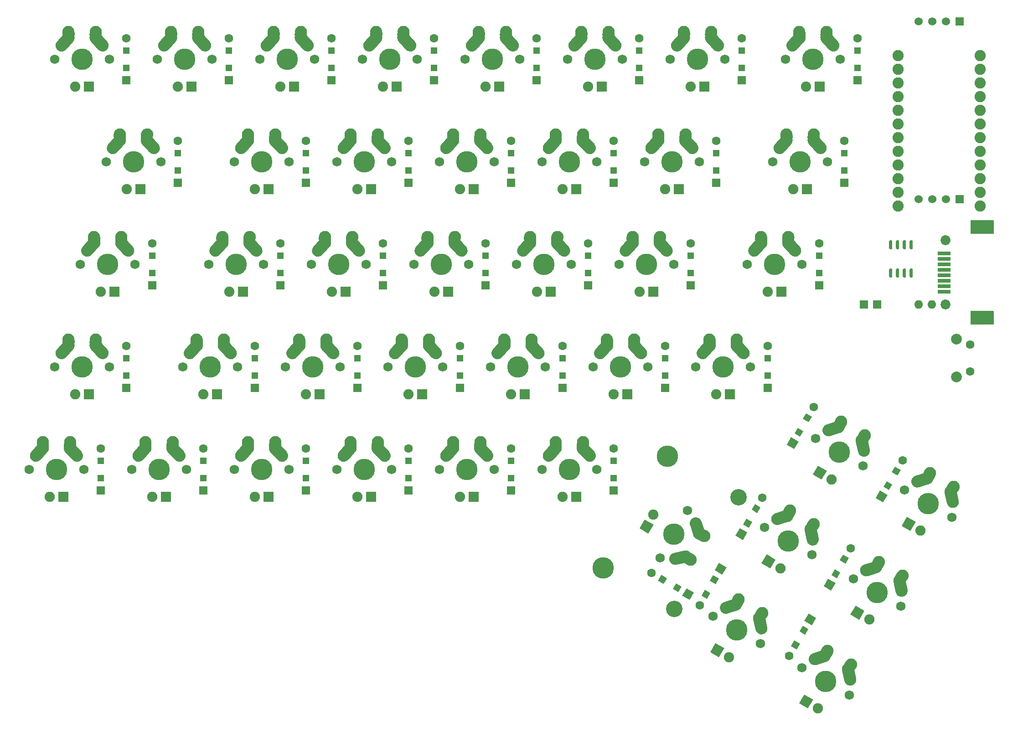
<source format=gbr>
G04 #@! TF.GenerationSoftware,KiCad,Pcbnew,(5.99.0-2039-g05a89863c)*
G04 #@! TF.CreationDate,2020-06-27T09:00:50+08:00*
G04 #@! TF.ProjectId,Keyboard-layout,4b657962-6f61-4726-942d-6c61796f7574,rev?*
G04 #@! TF.SameCoordinates,Original*
G04 #@! TF.FileFunction,Soldermask,Top*
G04 #@! TF.FilePolarity,Negative*
%FSLAX46Y46*%
G04 Gerber Fmt 4.6, Leading zero omitted, Abs format (unit mm)*
G04 Created by KiCad (PCBNEW (5.99.0-2039-g05a89863c)) date 2020-06-27 09:00:50*
%MOMM*%
%LPD*%
G01*
G04 APERTURE LIST*
%ADD10C,2.250000*%
%ADD11R,1.905000X1.905000*%
%ADD12C,1.905000*%
%ADD13C,1.750000*%
%ADD14C,3.987800*%
%ADD15C,1.600000*%
%ADD16R,1.600000X1.600000*%
%ADD17R,1.200000X1.200000*%
%ADD18C,1.524000*%
%ADD19R,1.524000X1.524000*%
%ADD20O,1.600000X1.600000*%
%ADD21C,2.082800*%
%ADD22C,2.000000*%
%ADD23R,2.400000X0.700000*%
%ADD24C,1.850000*%
%ADD25C,3.048000*%
G04 APERTURE END LIST*
D10*
X121602500Y-61595000D03*
D11*
X120332500Y-71755000D03*
D10*
X116522500Y-61595000D03*
X121562500Y-62675000D03*
G36*
G01*
X121484024Y-63297260D02*
X121484024Y-63297260D01*
G75*
G02*
X120440240Y-62096524I78476J1122260D01*
G01*
X120480794Y-61516562D01*
G75*
G02*
X121681530Y-60472778I1122260J-78476D01*
G01*
X121681530Y-60472778D01*
G75*
G02*
X122725314Y-61673514I-78476J-1122260D01*
G01*
X122684760Y-62253476D01*
G75*
G02*
X121484024Y-63297260I-1122260J78476D01*
G01*
G37*
G36*
G01*
X116443470Y-60472778D02*
X116443470Y-60472778D01*
G75*
G02*
X117644206Y-61516562I78476J-1122260D01*
G01*
X117684760Y-62096524D01*
G75*
G02*
X116640976Y-63297260I-1122260J-78476D01*
G01*
X116640976Y-63297260D01*
G75*
G02*
X115440240Y-62253476I-78476J1122260D01*
G01*
X115399686Y-61673514D01*
G75*
G02*
X116443470Y-60472778I1122260J78476D01*
G01*
G37*
D12*
X117792500Y-71755000D03*
G36*
G01*
X114499728Y-64971038D02*
X114499728Y-64971038D01*
G75*
G02*
X114416462Y-63382228I752772J836038D01*
G01*
X115729000Y-61924508D01*
G75*
G02*
X117317810Y-61841242I836038J-752772D01*
G01*
X117317810Y-61841242D01*
G75*
G02*
X117401076Y-63430052I-752772J-836038D01*
G01*
X116088538Y-64887772D01*
G75*
G02*
X114499728Y-64971038I-836038J752772D01*
G01*
G37*
G36*
G01*
X120807190Y-61841242D02*
X120807190Y-61841242D01*
G75*
G02*
X122396000Y-61924508I752772J-836038D01*
G01*
X123708538Y-63382228D01*
G75*
G02*
X123625272Y-64971038I-836038J-752772D01*
G01*
X123625272Y-64971038D01*
G75*
G02*
X122036462Y-64887772I-752772J836038D01*
G01*
X120723924Y-63430052D01*
G75*
G02*
X120807190Y-61841242I836038J752772D01*
G01*
G37*
D10*
X116562500Y-62675000D03*
D13*
X124142500Y-66675000D03*
X113982500Y-66675000D03*
D14*
X119062500Y-66675000D03*
D15*
X139116501Y-124034000D03*
G36*
X146964319Y-127641180D02*
G01*
X146164319Y-129026820D01*
X144778679Y-128226820D01*
X145578679Y-126841180D01*
X146964319Y-127641180D01*
G37*
G36*
X144677605Y-126551885D02*
G01*
X144077605Y-127591115D01*
X143038375Y-126991115D01*
X143638375Y-125951885D01*
X144677605Y-126551885D01*
G37*
G36*
X141949625Y-124976885D02*
G01*
X141349625Y-126016115D01*
X140310395Y-125416115D01*
X140910395Y-124376885D01*
X141949625Y-124976885D01*
G37*
X174937500Y-43725000D03*
D16*
X174937500Y-51525000D03*
D17*
X174937500Y-49200000D03*
X174937500Y-46050000D03*
D15*
X177318750Y-24675000D03*
D16*
X177318750Y-32475000D03*
D17*
X177318750Y-30150000D03*
X177318750Y-27000000D03*
D15*
X36825000Y-100875000D03*
D16*
X36825000Y-108675000D03*
D17*
X36825000Y-106350000D03*
X36825000Y-103200000D03*
D15*
X127312500Y-62775000D03*
D16*
X127312500Y-70575000D03*
D17*
X127312500Y-68250000D03*
X127312500Y-65100000D03*
G36*
G01*
X171490274Y-25197260D02*
X171490274Y-25197260D01*
G75*
G02*
X170446490Y-23996524I78476J1122260D01*
G01*
X170487044Y-23416562D01*
G75*
G02*
X171687780Y-22372778I1122260J-78476D01*
G01*
X171687780Y-22372778D01*
G75*
G02*
X172731564Y-23573514I-78476J-1122260D01*
G01*
X172691010Y-24153476D01*
G75*
G02*
X171490274Y-25197260I-1122260J78476D01*
G01*
G37*
G36*
G01*
X166449720Y-22372778D02*
X166449720Y-22372778D01*
G75*
G02*
X167650456Y-23416562I78476J-1122260D01*
G01*
X167691010Y-23996524D01*
G75*
G02*
X166647226Y-25197260I-1122260J-78476D01*
G01*
X166647226Y-25197260D01*
G75*
G02*
X165446490Y-24153476I-78476J1122260D01*
G01*
X165405936Y-23573514D01*
G75*
G02*
X166449720Y-22372778I1122260J78476D01*
G01*
G37*
D10*
X171608750Y-23495000D03*
D13*
X163988750Y-28575000D03*
D10*
X166568750Y-24575000D03*
D12*
X167798750Y-33655000D03*
D10*
X171568750Y-24575000D03*
G36*
G01*
X164505978Y-26871038D02*
X164505978Y-26871038D01*
G75*
G02*
X164422712Y-25282228I752772J836038D01*
G01*
X165735250Y-23824508D01*
G75*
G02*
X167324060Y-23741242I836038J-752772D01*
G01*
X167324060Y-23741242D01*
G75*
G02*
X167407326Y-25330052I-752772J-836038D01*
G01*
X166094788Y-26787772D01*
G75*
G02*
X164505978Y-26871038I-836038J752772D01*
G01*
G37*
D14*
X169068750Y-28575000D03*
D10*
X166528750Y-23495000D03*
G36*
G01*
X170813440Y-23741242D02*
X170813440Y-23741242D01*
G75*
G02*
X172402250Y-23824508I752772J-836038D01*
G01*
X173714788Y-25282228D01*
G75*
G02*
X173631522Y-26871038I-836038J-752772D01*
G01*
X173631522Y-26871038D01*
G75*
G02*
X172042712Y-26787772I-752772J836038D01*
G01*
X170730174Y-25330052D01*
G75*
G02*
X170813440Y-23741242I836038J752772D01*
G01*
G37*
D13*
X174148750Y-28575000D03*
D11*
X170338750Y-33655000D03*
D10*
X35877500Y-23495000D03*
D11*
X34607500Y-33655000D03*
D10*
X30797500Y-23495000D03*
X35837500Y-24575000D03*
G36*
G01*
X35759024Y-25197260D02*
X35759024Y-25197260D01*
G75*
G02*
X34715240Y-23996524I78476J1122260D01*
G01*
X34755794Y-23416562D01*
G75*
G02*
X35956530Y-22372778I1122260J-78476D01*
G01*
X35956530Y-22372778D01*
G75*
G02*
X37000314Y-23573514I-78476J-1122260D01*
G01*
X36959760Y-24153476D01*
G75*
G02*
X35759024Y-25197260I-1122260J78476D01*
G01*
G37*
G36*
G01*
X30718470Y-22372778D02*
X30718470Y-22372778D01*
G75*
G02*
X31919206Y-23416562I78476J-1122260D01*
G01*
X31959760Y-23996524D01*
G75*
G02*
X30915976Y-25197260I-1122260J-78476D01*
G01*
X30915976Y-25197260D01*
G75*
G02*
X29715240Y-24153476I-78476J1122260D01*
G01*
X29674686Y-23573514D01*
G75*
G02*
X30718470Y-22372778I1122260J78476D01*
G01*
G37*
D12*
X32067500Y-33655000D03*
G36*
G01*
X28774728Y-26871038D02*
X28774728Y-26871038D01*
G75*
G02*
X28691462Y-25282228I752772J836038D01*
G01*
X30004000Y-23824508D01*
G75*
G02*
X31592810Y-23741242I836038J-752772D01*
G01*
X31592810Y-23741242D01*
G75*
G02*
X31676076Y-25330052I-752772J-836038D01*
G01*
X30363538Y-26787772D01*
G75*
G02*
X28774728Y-26871038I-836038J752772D01*
G01*
G37*
G36*
G01*
X35082190Y-23741242D02*
X35082190Y-23741242D01*
G75*
G02*
X36671000Y-23824508I752772J-836038D01*
G01*
X37983538Y-25282228D01*
G75*
G02*
X37900272Y-26871038I-836038J-752772D01*
G01*
X37900272Y-26871038D01*
G75*
G02*
X36311462Y-26787772I-752772J836038D01*
G01*
X34998924Y-25330052D01*
G75*
G02*
X35082190Y-23741242I836038J752772D01*
G01*
G37*
D10*
X30837500Y-24575000D03*
D13*
X38417500Y-28575000D03*
X28257500Y-28575000D03*
D14*
X33337500Y-28575000D03*
D10*
X150177500Y-23495000D03*
D11*
X148907500Y-33655000D03*
D10*
X145097500Y-23495000D03*
X150137500Y-24575000D03*
G36*
G01*
X150059024Y-25197260D02*
X150059024Y-25197260D01*
G75*
G02*
X149015240Y-23996524I78476J1122260D01*
G01*
X149055794Y-23416562D01*
G75*
G02*
X150256530Y-22372778I1122260J-78476D01*
G01*
X150256530Y-22372778D01*
G75*
G02*
X151300314Y-23573514I-78476J-1122260D01*
G01*
X151259760Y-24153476D01*
G75*
G02*
X150059024Y-25197260I-1122260J78476D01*
G01*
G37*
G36*
G01*
X145018470Y-22372778D02*
X145018470Y-22372778D01*
G75*
G02*
X146219206Y-23416562I78476J-1122260D01*
G01*
X146259760Y-23996524D01*
G75*
G02*
X145215976Y-25197260I-1122260J-78476D01*
G01*
X145215976Y-25197260D01*
G75*
G02*
X144015240Y-24153476I-78476J1122260D01*
G01*
X143974686Y-23573514D01*
G75*
G02*
X145018470Y-22372778I1122260J78476D01*
G01*
G37*
D12*
X146367500Y-33655000D03*
G36*
G01*
X143074728Y-26871038D02*
X143074728Y-26871038D01*
G75*
G02*
X142991462Y-25282228I752772J836038D01*
G01*
X144304000Y-23824508D01*
G75*
G02*
X145892810Y-23741242I836038J-752772D01*
G01*
X145892810Y-23741242D01*
G75*
G02*
X145976076Y-25330052I-752772J-836038D01*
G01*
X144663538Y-26787772D01*
G75*
G02*
X143074728Y-26871038I-836038J752772D01*
G01*
G37*
G36*
G01*
X149382190Y-23741242D02*
X149382190Y-23741242D01*
G75*
G02*
X150971000Y-23824508I752772J-836038D01*
G01*
X152283538Y-25282228D01*
G75*
G02*
X152200272Y-26871038I-836038J-752772D01*
G01*
X152200272Y-26871038D01*
G75*
G02*
X150611462Y-26787772I-752772J836038D01*
G01*
X149298924Y-25330052D01*
G75*
G02*
X149382190Y-23741242I836038J752772D01*
G01*
G37*
D10*
X145137500Y-24575000D03*
D13*
X152717500Y-28575000D03*
X142557500Y-28575000D03*
D14*
X147637500Y-28575000D03*
D10*
X131127500Y-23495000D03*
D11*
X129857500Y-33655000D03*
D10*
X126047500Y-23495000D03*
X131087500Y-24575000D03*
G36*
G01*
X131009024Y-25197260D02*
X131009024Y-25197260D01*
G75*
G02*
X129965240Y-23996524I78476J1122260D01*
G01*
X130005794Y-23416562D01*
G75*
G02*
X131206530Y-22372778I1122260J-78476D01*
G01*
X131206530Y-22372778D01*
G75*
G02*
X132250314Y-23573514I-78476J-1122260D01*
G01*
X132209760Y-24153476D01*
G75*
G02*
X131009024Y-25197260I-1122260J78476D01*
G01*
G37*
G36*
G01*
X125968470Y-22372778D02*
X125968470Y-22372778D01*
G75*
G02*
X127169206Y-23416562I78476J-1122260D01*
G01*
X127209760Y-23996524D01*
G75*
G02*
X126165976Y-25197260I-1122260J-78476D01*
G01*
X126165976Y-25197260D01*
G75*
G02*
X124965240Y-24153476I-78476J1122260D01*
G01*
X124924686Y-23573514D01*
G75*
G02*
X125968470Y-22372778I1122260J78476D01*
G01*
G37*
D12*
X127317500Y-33655000D03*
G36*
G01*
X124024728Y-26871038D02*
X124024728Y-26871038D01*
G75*
G02*
X123941462Y-25282228I752772J836038D01*
G01*
X125254000Y-23824508D01*
G75*
G02*
X126842810Y-23741242I836038J-752772D01*
G01*
X126842810Y-23741242D01*
G75*
G02*
X126926076Y-25330052I-752772J-836038D01*
G01*
X125613538Y-26787772D01*
G75*
G02*
X124024728Y-26871038I-836038J752772D01*
G01*
G37*
G36*
G01*
X130332190Y-23741242D02*
X130332190Y-23741242D01*
G75*
G02*
X131921000Y-23824508I752772J-836038D01*
G01*
X133233538Y-25282228D01*
G75*
G02*
X133150272Y-26871038I-836038J-752772D01*
G01*
X133150272Y-26871038D01*
G75*
G02*
X131561462Y-26787772I-752772J836038D01*
G01*
X130248924Y-25330052D01*
G75*
G02*
X130332190Y-23741242I836038J752772D01*
G01*
G37*
D10*
X126087500Y-24575000D03*
D13*
X133667500Y-28575000D03*
X123507500Y-28575000D03*
D14*
X128587500Y-28575000D03*
D10*
X112077500Y-23495000D03*
D11*
X110807500Y-33655000D03*
D10*
X106997500Y-23495000D03*
X112037500Y-24575000D03*
G36*
G01*
X111959024Y-25197260D02*
X111959024Y-25197260D01*
G75*
G02*
X110915240Y-23996524I78476J1122260D01*
G01*
X110955794Y-23416562D01*
G75*
G02*
X112156530Y-22372778I1122260J-78476D01*
G01*
X112156530Y-22372778D01*
G75*
G02*
X113200314Y-23573514I-78476J-1122260D01*
G01*
X113159760Y-24153476D01*
G75*
G02*
X111959024Y-25197260I-1122260J78476D01*
G01*
G37*
G36*
G01*
X106918470Y-22372778D02*
X106918470Y-22372778D01*
G75*
G02*
X108119206Y-23416562I78476J-1122260D01*
G01*
X108159760Y-23996524D01*
G75*
G02*
X107115976Y-25197260I-1122260J-78476D01*
G01*
X107115976Y-25197260D01*
G75*
G02*
X105915240Y-24153476I-78476J1122260D01*
G01*
X105874686Y-23573514D01*
G75*
G02*
X106918470Y-22372778I1122260J78476D01*
G01*
G37*
D12*
X108267500Y-33655000D03*
G36*
G01*
X104974728Y-26871038D02*
X104974728Y-26871038D01*
G75*
G02*
X104891462Y-25282228I752772J836038D01*
G01*
X106204000Y-23824508D01*
G75*
G02*
X107792810Y-23741242I836038J-752772D01*
G01*
X107792810Y-23741242D01*
G75*
G02*
X107876076Y-25330052I-752772J-836038D01*
G01*
X106563538Y-26787772D01*
G75*
G02*
X104974728Y-26871038I-836038J752772D01*
G01*
G37*
G36*
G01*
X111282190Y-23741242D02*
X111282190Y-23741242D01*
G75*
G02*
X112871000Y-23824508I752772J-836038D01*
G01*
X114183538Y-25282228D01*
G75*
G02*
X114100272Y-26871038I-836038J-752772D01*
G01*
X114100272Y-26871038D01*
G75*
G02*
X112511462Y-26787772I-752772J836038D01*
G01*
X111198924Y-25330052D01*
G75*
G02*
X111282190Y-23741242I836038J752772D01*
G01*
G37*
D10*
X107037500Y-24575000D03*
D13*
X114617500Y-28575000D03*
X104457500Y-28575000D03*
D14*
X109537500Y-28575000D03*
D10*
X93027500Y-23495000D03*
D11*
X91757500Y-33655000D03*
D10*
X87947500Y-23495000D03*
X92987500Y-24575000D03*
G36*
G01*
X92909024Y-25197260D02*
X92909024Y-25197260D01*
G75*
G02*
X91865240Y-23996524I78476J1122260D01*
G01*
X91905794Y-23416562D01*
G75*
G02*
X93106530Y-22372778I1122260J-78476D01*
G01*
X93106530Y-22372778D01*
G75*
G02*
X94150314Y-23573514I-78476J-1122260D01*
G01*
X94109760Y-24153476D01*
G75*
G02*
X92909024Y-25197260I-1122260J78476D01*
G01*
G37*
G36*
G01*
X87868470Y-22372778D02*
X87868470Y-22372778D01*
G75*
G02*
X89069206Y-23416562I78476J-1122260D01*
G01*
X89109760Y-23996524D01*
G75*
G02*
X88065976Y-25197260I-1122260J-78476D01*
G01*
X88065976Y-25197260D01*
G75*
G02*
X86865240Y-24153476I-78476J1122260D01*
G01*
X86824686Y-23573514D01*
G75*
G02*
X87868470Y-22372778I1122260J78476D01*
G01*
G37*
D12*
X89217500Y-33655000D03*
G36*
G01*
X85924728Y-26871038D02*
X85924728Y-26871038D01*
G75*
G02*
X85841462Y-25282228I752772J836038D01*
G01*
X87154000Y-23824508D01*
G75*
G02*
X88742810Y-23741242I836038J-752772D01*
G01*
X88742810Y-23741242D01*
G75*
G02*
X88826076Y-25330052I-752772J-836038D01*
G01*
X87513538Y-26787772D01*
G75*
G02*
X85924728Y-26871038I-836038J752772D01*
G01*
G37*
G36*
G01*
X92232190Y-23741242D02*
X92232190Y-23741242D01*
G75*
G02*
X93821000Y-23824508I752772J-836038D01*
G01*
X95133538Y-25282228D01*
G75*
G02*
X95050272Y-26871038I-836038J-752772D01*
G01*
X95050272Y-26871038D01*
G75*
G02*
X93461462Y-26787772I-752772J836038D01*
G01*
X92148924Y-25330052D01*
G75*
G02*
X92232190Y-23741242I836038J752772D01*
G01*
G37*
D10*
X87987500Y-24575000D03*
D13*
X95567500Y-28575000D03*
X85407500Y-28575000D03*
D14*
X90487500Y-28575000D03*
D10*
X73977500Y-23495000D03*
D11*
X72707500Y-33655000D03*
D10*
X68897500Y-23495000D03*
X73937500Y-24575000D03*
G36*
G01*
X73859024Y-25197260D02*
X73859024Y-25197260D01*
G75*
G02*
X72815240Y-23996524I78476J1122260D01*
G01*
X72855794Y-23416562D01*
G75*
G02*
X74056530Y-22372778I1122260J-78476D01*
G01*
X74056530Y-22372778D01*
G75*
G02*
X75100314Y-23573514I-78476J-1122260D01*
G01*
X75059760Y-24153476D01*
G75*
G02*
X73859024Y-25197260I-1122260J78476D01*
G01*
G37*
G36*
G01*
X68818470Y-22372778D02*
X68818470Y-22372778D01*
G75*
G02*
X70019206Y-23416562I78476J-1122260D01*
G01*
X70059760Y-23996524D01*
G75*
G02*
X69015976Y-25197260I-1122260J-78476D01*
G01*
X69015976Y-25197260D01*
G75*
G02*
X67815240Y-24153476I-78476J1122260D01*
G01*
X67774686Y-23573514D01*
G75*
G02*
X68818470Y-22372778I1122260J78476D01*
G01*
G37*
D12*
X70167500Y-33655000D03*
G36*
G01*
X66874728Y-26871038D02*
X66874728Y-26871038D01*
G75*
G02*
X66791462Y-25282228I752772J836038D01*
G01*
X68104000Y-23824508D01*
G75*
G02*
X69692810Y-23741242I836038J-752772D01*
G01*
X69692810Y-23741242D01*
G75*
G02*
X69776076Y-25330052I-752772J-836038D01*
G01*
X68463538Y-26787772D01*
G75*
G02*
X66874728Y-26871038I-836038J752772D01*
G01*
G37*
G36*
G01*
X73182190Y-23741242D02*
X73182190Y-23741242D01*
G75*
G02*
X74771000Y-23824508I752772J-836038D01*
G01*
X76083538Y-25282228D01*
G75*
G02*
X76000272Y-26871038I-836038J-752772D01*
G01*
X76000272Y-26871038D01*
G75*
G02*
X74411462Y-26787772I-752772J836038D01*
G01*
X73098924Y-25330052D01*
G75*
G02*
X73182190Y-23741242I836038J752772D01*
G01*
G37*
D10*
X68937500Y-24575000D03*
D13*
X76517500Y-28575000D03*
X66357500Y-28575000D03*
D14*
X71437500Y-28575000D03*
D10*
X54927500Y-23495000D03*
D11*
X53657500Y-33655000D03*
D10*
X49847500Y-23495000D03*
X54887500Y-24575000D03*
G36*
G01*
X54809024Y-25197260D02*
X54809024Y-25197260D01*
G75*
G02*
X53765240Y-23996524I78476J1122260D01*
G01*
X53805794Y-23416562D01*
G75*
G02*
X55006530Y-22372778I1122260J-78476D01*
G01*
X55006530Y-22372778D01*
G75*
G02*
X56050314Y-23573514I-78476J-1122260D01*
G01*
X56009760Y-24153476D01*
G75*
G02*
X54809024Y-25197260I-1122260J78476D01*
G01*
G37*
G36*
G01*
X49768470Y-22372778D02*
X49768470Y-22372778D01*
G75*
G02*
X50969206Y-23416562I78476J-1122260D01*
G01*
X51009760Y-23996524D01*
G75*
G02*
X49965976Y-25197260I-1122260J-78476D01*
G01*
X49965976Y-25197260D01*
G75*
G02*
X48765240Y-24153476I-78476J1122260D01*
G01*
X48724686Y-23573514D01*
G75*
G02*
X49768470Y-22372778I1122260J78476D01*
G01*
G37*
D12*
X51117500Y-33655000D03*
G36*
G01*
X47824728Y-26871038D02*
X47824728Y-26871038D01*
G75*
G02*
X47741462Y-25282228I752772J836038D01*
G01*
X49054000Y-23824508D01*
G75*
G02*
X50642810Y-23741242I836038J-752772D01*
G01*
X50642810Y-23741242D01*
G75*
G02*
X50726076Y-25330052I-752772J-836038D01*
G01*
X49413538Y-26787772D01*
G75*
G02*
X47824728Y-26871038I-836038J752772D01*
G01*
G37*
G36*
G01*
X54132190Y-23741242D02*
X54132190Y-23741242D01*
G75*
G02*
X55721000Y-23824508I752772J-836038D01*
G01*
X57033538Y-25282228D01*
G75*
G02*
X56950272Y-26871038I-836038J-752772D01*
G01*
X56950272Y-26871038D01*
G75*
G02*
X55361462Y-26787772I-752772J836038D01*
G01*
X54048924Y-25330052D01*
G75*
G02*
X54132190Y-23741242I836038J752772D01*
G01*
G37*
D10*
X49887500Y-24575000D03*
D13*
X57467500Y-28575000D03*
X47307500Y-28575000D03*
D14*
X52387500Y-28575000D03*
D15*
X41587500Y-24675000D03*
D16*
X41587500Y-32475000D03*
D17*
X41587500Y-30150000D03*
X41587500Y-27000000D03*
D15*
X60637500Y-24675000D03*
D16*
X60637500Y-32475000D03*
D17*
X60637500Y-30150000D03*
X60637500Y-27000000D03*
G36*
G01*
X45284024Y-44247260D02*
X45284024Y-44247260D01*
G75*
G02*
X44240240Y-43046524I78476J1122260D01*
G01*
X44280794Y-42466562D01*
G75*
G02*
X45481530Y-41422778I1122260J-78476D01*
G01*
X45481530Y-41422778D01*
G75*
G02*
X46525314Y-42623514I-78476J-1122260D01*
G01*
X46484760Y-43203476D01*
G75*
G02*
X45284024Y-44247260I-1122260J78476D01*
G01*
G37*
G36*
G01*
X40243470Y-41422778D02*
X40243470Y-41422778D01*
G75*
G02*
X41444206Y-42466562I78476J-1122260D01*
G01*
X41484760Y-43046524D01*
G75*
G02*
X40440976Y-44247260I-1122260J-78476D01*
G01*
X40440976Y-44247260D01*
G75*
G02*
X39240240Y-43203476I-78476J1122260D01*
G01*
X39199686Y-42623514D01*
G75*
G02*
X40243470Y-41422778I1122260J78476D01*
G01*
G37*
D10*
X45402500Y-42545000D03*
D13*
X37782500Y-47625000D03*
D10*
X40362500Y-43625000D03*
D12*
X41592500Y-52705000D03*
D10*
X45362500Y-43625000D03*
G36*
G01*
X38299728Y-45921038D02*
X38299728Y-45921038D01*
G75*
G02*
X38216462Y-44332228I752772J836038D01*
G01*
X39529000Y-42874508D01*
G75*
G02*
X41117810Y-42791242I836038J-752772D01*
G01*
X41117810Y-42791242D01*
G75*
G02*
X41201076Y-44380052I-752772J-836038D01*
G01*
X39888538Y-45837772D01*
G75*
G02*
X38299728Y-45921038I-836038J752772D01*
G01*
G37*
D14*
X42862500Y-47625000D03*
D10*
X40322500Y-42545000D03*
G36*
G01*
X44607190Y-42791242D02*
X44607190Y-42791242D01*
G75*
G02*
X46196000Y-42874508I752772J-836038D01*
G01*
X47508538Y-44332228D01*
G75*
G02*
X47425272Y-45921038I-836038J-752772D01*
G01*
X47425272Y-45921038D01*
G75*
G02*
X45836462Y-45837772I-752772J836038D01*
G01*
X44523924Y-44380052D01*
G75*
G02*
X44607190Y-42791242I836038J752772D01*
G01*
G37*
D13*
X47942500Y-47625000D03*
D11*
X44132500Y-52705000D03*
G36*
G01*
X35759024Y-82347260D02*
X35759024Y-82347260D01*
G75*
G02*
X34715240Y-81146524I78476J1122260D01*
G01*
X34755794Y-80566562D01*
G75*
G02*
X35956530Y-79522778I1122260J-78476D01*
G01*
X35956530Y-79522778D01*
G75*
G02*
X37000314Y-80723514I-78476J-1122260D01*
G01*
X36959760Y-81303476D01*
G75*
G02*
X35759024Y-82347260I-1122260J78476D01*
G01*
G37*
G36*
G01*
X30718470Y-79522778D02*
X30718470Y-79522778D01*
G75*
G02*
X31919206Y-80566562I78476J-1122260D01*
G01*
X31959760Y-81146524D01*
G75*
G02*
X30915976Y-82347260I-1122260J-78476D01*
G01*
X30915976Y-82347260D01*
G75*
G02*
X29715240Y-81303476I-78476J1122260D01*
G01*
X29674686Y-80723514D01*
G75*
G02*
X30718470Y-79522778I1122260J78476D01*
G01*
G37*
D10*
X35877500Y-80645000D03*
D13*
X28257500Y-85725000D03*
D10*
X30837500Y-81725000D03*
D12*
X32067500Y-90805000D03*
D10*
X35837500Y-81725000D03*
G36*
G01*
X28774728Y-84021038D02*
X28774728Y-84021038D01*
G75*
G02*
X28691462Y-82432228I752772J836038D01*
G01*
X30004000Y-80974508D01*
G75*
G02*
X31592810Y-80891242I836038J-752772D01*
G01*
X31592810Y-80891242D01*
G75*
G02*
X31676076Y-82480052I-752772J-836038D01*
G01*
X30363538Y-83937772D01*
G75*
G02*
X28774728Y-84021038I-836038J752772D01*
G01*
G37*
D14*
X33337500Y-85725000D03*
D10*
X30797500Y-80645000D03*
G36*
G01*
X35082190Y-80891242D02*
X35082190Y-80891242D01*
G75*
G02*
X36671000Y-80974508I752772J-836038D01*
G01*
X37983538Y-82432228D01*
G75*
G02*
X37900272Y-84021038I-836038J-752772D01*
G01*
X37900272Y-84021038D01*
G75*
G02*
X36311462Y-83937772I-752772J836038D01*
G01*
X34998924Y-82480052D01*
G75*
G02*
X35082190Y-80891242I836038J752772D01*
G01*
G37*
D13*
X38417500Y-85725000D03*
D11*
X34607500Y-90805000D03*
G36*
G01*
X169109024Y-44247260D02*
X169109024Y-44247260D01*
G75*
G02*
X168065240Y-43046524I78476J1122260D01*
G01*
X168105794Y-42466562D01*
G75*
G02*
X169306530Y-41422778I1122260J-78476D01*
G01*
X169306530Y-41422778D01*
G75*
G02*
X170350314Y-42623514I-78476J-1122260D01*
G01*
X170309760Y-43203476D01*
G75*
G02*
X169109024Y-44247260I-1122260J78476D01*
G01*
G37*
G36*
G01*
X164068470Y-41422778D02*
X164068470Y-41422778D01*
G75*
G02*
X165269206Y-42466562I78476J-1122260D01*
G01*
X165309760Y-43046524D01*
G75*
G02*
X164265976Y-44247260I-1122260J-78476D01*
G01*
X164265976Y-44247260D01*
G75*
G02*
X163065240Y-43203476I-78476J1122260D01*
G01*
X163024686Y-42623514D01*
G75*
G02*
X164068470Y-41422778I1122260J78476D01*
G01*
G37*
D10*
X169227500Y-42545000D03*
D13*
X161607500Y-47625000D03*
D10*
X164187500Y-43625000D03*
D12*
X165417500Y-52705000D03*
D10*
X169187500Y-43625000D03*
G36*
G01*
X162124728Y-45921038D02*
X162124728Y-45921038D01*
G75*
G02*
X162041462Y-44332228I752772J836038D01*
G01*
X163354000Y-42874508D01*
G75*
G02*
X164942810Y-42791242I836038J-752772D01*
G01*
X164942810Y-42791242D01*
G75*
G02*
X165026076Y-44380052I-752772J-836038D01*
G01*
X163713538Y-45837772D01*
G75*
G02*
X162124728Y-45921038I-836038J752772D01*
G01*
G37*
D14*
X166687500Y-47625000D03*
D10*
X164147500Y-42545000D03*
G36*
G01*
X168432190Y-42791242D02*
X168432190Y-42791242D01*
G75*
G02*
X170021000Y-42874508I752772J-836038D01*
G01*
X171333538Y-44332228D01*
G75*
G02*
X171250272Y-45921038I-836038J-752772D01*
G01*
X171250272Y-45921038D01*
G75*
G02*
X169661462Y-45837772I-752772J836038D01*
G01*
X168348924Y-44380052D01*
G75*
G02*
X168432190Y-42791242I836038J752772D01*
G01*
G37*
D13*
X171767500Y-47625000D03*
D11*
X167957500Y-52705000D03*
D10*
X31115000Y-99695000D03*
D11*
X29845000Y-109855000D03*
D10*
X26035000Y-99695000D03*
X31075000Y-100775000D03*
G36*
G01*
X30996524Y-101397260D02*
X30996524Y-101397260D01*
G75*
G02*
X29952740Y-100196524I78476J1122260D01*
G01*
X29993294Y-99616562D01*
G75*
G02*
X31194030Y-98572778I1122260J-78476D01*
G01*
X31194030Y-98572778D01*
G75*
G02*
X32237814Y-99773514I-78476J-1122260D01*
G01*
X32197260Y-100353476D01*
G75*
G02*
X30996524Y-101397260I-1122260J78476D01*
G01*
G37*
G36*
G01*
X25955970Y-98572778D02*
X25955970Y-98572778D01*
G75*
G02*
X27156706Y-99616562I78476J-1122260D01*
G01*
X27197260Y-100196524D01*
G75*
G02*
X26153476Y-101397260I-1122260J-78476D01*
G01*
X26153476Y-101397260D01*
G75*
G02*
X24952740Y-100353476I-78476J1122260D01*
G01*
X24912186Y-99773514D01*
G75*
G02*
X25955970Y-98572778I1122260J78476D01*
G01*
G37*
D12*
X27305000Y-109855000D03*
G36*
G01*
X24012228Y-103071038D02*
X24012228Y-103071038D01*
G75*
G02*
X23928962Y-101482228I752772J836038D01*
G01*
X25241500Y-100024508D01*
G75*
G02*
X26830310Y-99941242I836038J-752772D01*
G01*
X26830310Y-99941242D01*
G75*
G02*
X26913576Y-101530052I-752772J-836038D01*
G01*
X25601038Y-102987772D01*
G75*
G02*
X24012228Y-103071038I-836038J752772D01*
G01*
G37*
G36*
G01*
X30319690Y-99941242D02*
X30319690Y-99941242D01*
G75*
G02*
X31908500Y-100024508I752772J-836038D01*
G01*
X33221038Y-101482228D01*
G75*
G02*
X33137772Y-103071038I-836038J-752772D01*
G01*
X33137772Y-103071038D01*
G75*
G02*
X31548962Y-102987772I-752772J836038D01*
G01*
X30236424Y-101530052D01*
G75*
G02*
X30319690Y-99941242I836038J752772D01*
G01*
G37*
D10*
X26075000Y-100775000D03*
D13*
X33655000Y-104775000D03*
X23495000Y-104775000D03*
D14*
X28575000Y-104775000D03*
D18*
X188722000Y-21590000D03*
X191262000Y-21590000D03*
X193802000Y-21590000D03*
D19*
X196342000Y-21590000D03*
D20*
X191135000Y-74168000D03*
D16*
X180975000Y-74168000D03*
D20*
X188722000Y-74168000D03*
D16*
X178562000Y-74168000D03*
G36*
G01*
X187175000Y-67459000D02*
X187475000Y-67459000D01*
G75*
G02*
X187625000Y-67609000I0J-150000D01*
G01*
X187625000Y-68959000D01*
G75*
G02*
X187475000Y-69109000I-150000J0D01*
G01*
X187175000Y-69109000D01*
G75*
G02*
X187025000Y-68959000I0J150000D01*
G01*
X187025000Y-67609000D01*
G75*
G02*
X187175000Y-67459000I150000J0D01*
G01*
G37*
G36*
G01*
X185905000Y-67459000D02*
X186205000Y-67459000D01*
G75*
G02*
X186355000Y-67609000I0J-150000D01*
G01*
X186355000Y-68959000D01*
G75*
G02*
X186205000Y-69109000I-150000J0D01*
G01*
X185905000Y-69109000D01*
G75*
G02*
X185755000Y-68959000I0J150000D01*
G01*
X185755000Y-67609000D01*
G75*
G02*
X185905000Y-67459000I150000J0D01*
G01*
G37*
G36*
G01*
X184635000Y-67459000D02*
X184935000Y-67459000D01*
G75*
G02*
X185085000Y-67609000I0J-150000D01*
G01*
X185085000Y-68959000D01*
G75*
G02*
X184935000Y-69109000I-150000J0D01*
G01*
X184635000Y-69109000D01*
G75*
G02*
X184485000Y-68959000I0J150000D01*
G01*
X184485000Y-67609000D01*
G75*
G02*
X184635000Y-67459000I150000J0D01*
G01*
G37*
G36*
G01*
X183365000Y-67459000D02*
X183665000Y-67459000D01*
G75*
G02*
X183815000Y-67609000I0J-150000D01*
G01*
X183815000Y-68959000D01*
G75*
G02*
X183665000Y-69109000I-150000J0D01*
G01*
X183365000Y-69109000D01*
G75*
G02*
X183215000Y-68959000I0J150000D01*
G01*
X183215000Y-67609000D01*
G75*
G02*
X183365000Y-67459000I150000J0D01*
G01*
G37*
G36*
G01*
X183365000Y-62209000D02*
X183665000Y-62209000D01*
G75*
G02*
X183815000Y-62359000I0J-150000D01*
G01*
X183815000Y-63709000D01*
G75*
G02*
X183665000Y-63859000I-150000J0D01*
G01*
X183365000Y-63859000D01*
G75*
G02*
X183215000Y-63709000I0J150000D01*
G01*
X183215000Y-62359000D01*
G75*
G02*
X183365000Y-62209000I150000J0D01*
G01*
G37*
G36*
G01*
X184635000Y-62209000D02*
X184935000Y-62209000D01*
G75*
G02*
X185085000Y-62359000I0J-150000D01*
G01*
X185085000Y-63709000D01*
G75*
G02*
X184935000Y-63859000I-150000J0D01*
G01*
X184635000Y-63859000D01*
G75*
G02*
X184485000Y-63709000I0J150000D01*
G01*
X184485000Y-62359000D01*
G75*
G02*
X184635000Y-62209000I150000J0D01*
G01*
G37*
G36*
G01*
X185905000Y-62209000D02*
X186205000Y-62209000D01*
G75*
G02*
X186355000Y-62359000I0J-150000D01*
G01*
X186355000Y-63709000D01*
G75*
G02*
X186205000Y-63859000I-150000J0D01*
G01*
X185905000Y-63859000D01*
G75*
G02*
X185755000Y-63709000I0J150000D01*
G01*
X185755000Y-62359000D01*
G75*
G02*
X185905000Y-62209000I150000J0D01*
G01*
G37*
G36*
G01*
X187175000Y-62209000D02*
X187475000Y-62209000D01*
G75*
G02*
X187625000Y-62359000I0J-150000D01*
G01*
X187625000Y-63709000D01*
G75*
G02*
X187475000Y-63859000I-150000J0D01*
G01*
X187175000Y-63859000D01*
G75*
G02*
X187025000Y-63709000I0J150000D01*
G01*
X187025000Y-62359000D01*
G75*
G02*
X187175000Y-62209000I150000J0D01*
G01*
G37*
D21*
X200152000Y-27940000D03*
X200152000Y-30480000D03*
X200152000Y-33020000D03*
X200152000Y-35560000D03*
X200152000Y-38100000D03*
X200152000Y-40640000D03*
X200152000Y-43180000D03*
X200152000Y-45720000D03*
X200152000Y-48260000D03*
X200152000Y-50800000D03*
X200152000Y-53340000D03*
X200152000Y-55880000D03*
X184912000Y-55880000D03*
X184912000Y-53340000D03*
X184912000Y-50800000D03*
X184912000Y-48260000D03*
X184912000Y-45720000D03*
X184912000Y-43180000D03*
X184912000Y-40640000D03*
X184912000Y-38100000D03*
X184912000Y-35560000D03*
X184912000Y-33020000D03*
X184912000Y-30480000D03*
X184912000Y-27940000D03*
D18*
X188722000Y-54610000D03*
X191262000Y-54610000D03*
X193802000Y-54610000D03*
D19*
X196342000Y-54610000D03*
D22*
X195697000Y-87574000D03*
X195747000Y-80574000D03*
D15*
X198247000Y-86574000D03*
X198247000Y-81574000D03*
D23*
X193405000Y-71769000D03*
X193405000Y-70749000D03*
X193405000Y-69729000D03*
X193405000Y-68709000D03*
X193405000Y-67689000D03*
X193405000Y-66669000D03*
X193405000Y-65649000D03*
X193405000Y-64629000D03*
D24*
X193680000Y-74169000D03*
X193680000Y-62229000D03*
G36*
G01*
X202579000Y-61049000D02*
X198381000Y-61049000D01*
G75*
G02*
X198330000Y-60998000I0J51000D01*
G01*
X198330000Y-58550000D01*
G75*
G02*
X198381000Y-58499000I51000J0D01*
G01*
X202579000Y-58499000D01*
G75*
G02*
X202630000Y-58550000I0J-51000D01*
G01*
X202630000Y-60998000D01*
G75*
G02*
X202579000Y-61049000I-51000J0D01*
G01*
G37*
G36*
G01*
X202579000Y-77899000D02*
X198381000Y-77899000D01*
G75*
G02*
X198330000Y-77848000I0J51000D01*
G01*
X198330000Y-75400000D01*
G75*
G02*
X198381000Y-75349000I51000J0D01*
G01*
X202579000Y-75349000D01*
G75*
G02*
X202630000Y-75400000I0J-51000D01*
G01*
X202630000Y-77848000D01*
G75*
G02*
X202579000Y-77899000I-51000J0D01*
G01*
G37*
G36*
G01*
X198381000Y-58499000D02*
X202579000Y-58499000D01*
G75*
G02*
X202630000Y-58550000I0J-51000D01*
G01*
X202630000Y-60998000D01*
G75*
G02*
X202579000Y-61049000I-51000J0D01*
G01*
X198381000Y-61049000D01*
G75*
G02*
X198330000Y-60998000I0J51000D01*
G01*
X198330000Y-58550000D01*
G75*
G02*
X198381000Y-58499000I51000J0D01*
G01*
G37*
G36*
G01*
X198381000Y-75349000D02*
X202579000Y-75349000D01*
G75*
G02*
X202630000Y-75400000I0J-51000D01*
G01*
X202630000Y-77848000D01*
G75*
G02*
X202579000Y-77899000I-51000J0D01*
G01*
X198381000Y-77899000D01*
G75*
G02*
X198330000Y-77848000I0J51000D01*
G01*
X198330000Y-75400000D01*
G75*
G02*
X198381000Y-75349000I51000J0D01*
G01*
G37*
X193680000Y-74169000D03*
X193680000Y-62229000D03*
G36*
G01*
X164397324Y-63297260D02*
X164397324Y-63297260D01*
G75*
G02*
X163353540Y-62096524I78476J1122260D01*
G01*
X163394094Y-61516562D01*
G75*
G02*
X164594830Y-60472778I1122260J-78476D01*
G01*
X164594830Y-60472778D01*
G75*
G02*
X165638614Y-61673514I-78476J-1122260D01*
G01*
X165598060Y-62253476D01*
G75*
G02*
X164397324Y-63297260I-1122260J78476D01*
G01*
G37*
G36*
G01*
X159356770Y-60472778D02*
X159356770Y-60472778D01*
G75*
G02*
X160557506Y-61516562I78476J-1122260D01*
G01*
X160598060Y-62096524D01*
G75*
G02*
X159554276Y-63297260I-1122260J-78476D01*
G01*
X159554276Y-63297260D01*
G75*
G02*
X158353540Y-62253476I-78476J1122260D01*
G01*
X158312986Y-61673514D01*
G75*
G02*
X159356770Y-60472778I1122260J78476D01*
G01*
G37*
D10*
X164515800Y-61595000D03*
D13*
X156895800Y-66675000D03*
D10*
X159475800Y-62675000D03*
D12*
X160705800Y-71755000D03*
D10*
X164475800Y-62675000D03*
G36*
G01*
X157413028Y-64971038D02*
X157413028Y-64971038D01*
G75*
G02*
X157329762Y-63382228I752772J836038D01*
G01*
X158642300Y-61924508D01*
G75*
G02*
X160231110Y-61841242I836038J-752772D01*
G01*
X160231110Y-61841242D01*
G75*
G02*
X160314376Y-63430052I-752772J-836038D01*
G01*
X159001838Y-64887772D01*
G75*
G02*
X157413028Y-64971038I-836038J752772D01*
G01*
G37*
D14*
X161975800Y-66675000D03*
D10*
X159435800Y-61595000D03*
G36*
G01*
X163720490Y-61841242D02*
X163720490Y-61841242D01*
G75*
G02*
X165309300Y-61924508I752772J-836038D01*
G01*
X166621838Y-63382228D01*
G75*
G02*
X166538572Y-64971038I-836038J-752772D01*
G01*
X166538572Y-64971038D01*
G75*
G02*
X164949762Y-64887772I-752772J836038D01*
G01*
X163637224Y-63430052D01*
G75*
G02*
X163720490Y-61841242I836038J752772D01*
G01*
G37*
D13*
X167055800Y-66675000D03*
D11*
X163245800Y-71755000D03*
D10*
X181303079Y-121953375D03*
G36*
X178624071Y-131038554D02*
G01*
X177671571Y-132688332D01*
X176021793Y-131735832D01*
X176974293Y-130086054D01*
X178624071Y-131038554D01*
G37*
X185702489Y-124493375D03*
X180797720Y-122908682D03*
G36*
G01*
X180554552Y-123486813D02*
X180554552Y-123486813D01*
G75*
G02*
X180036577Y-121982502I493168J1011143D01*
G01*
X180291437Y-121459962D01*
G75*
G02*
X181795748Y-120941987I1011143J-493168D01*
G01*
X181795748Y-120941987D01*
G75*
G02*
X182313723Y-122446298I-493168J-1011143D01*
G01*
X182058863Y-122968838D01*
G75*
G02*
X180554552Y-123486813I-1011143J493168D01*
G01*
G37*
G36*
G01*
X186332042Y-123561019D02*
X186332042Y-123561019D01*
G75*
G02*
X186635617Y-125122778I-629092J-932667D01*
G01*
X186310515Y-125604762D01*
G75*
G02*
X184748756Y-125908337I-932667J629092D01*
G01*
X184748756Y-125908337D01*
G75*
G02*
X184445181Y-124346578I629092J932667D01*
G01*
X184770283Y-123864594D01*
G75*
G02*
X186332042Y-123561019I932667J-629092D01*
G01*
G37*
D12*
X179522636Y-132657193D03*
G36*
G01*
X185766242Y-128428495D02*
X185766242Y-128428495D01*
G75*
G02*
X184431925Y-127561980I-233901J1100416D01*
G01*
X184024095Y-125643288D01*
G75*
G02*
X184890610Y-124308971I1100416J233901D01*
G01*
X184890610Y-124308971D01*
G75*
G02*
X186224927Y-125175486I233901J-1100416D01*
G01*
X186632757Y-127094178D01*
G75*
G02*
X185766242Y-128428495I-1100416J-233901D01*
G01*
G37*
G36*
G01*
X181868716Y-122564281D02*
X181868716Y-122564281D01*
G75*
G02*
X181146421Y-123981864I-1069939J-347644D01*
G01*
X179280871Y-124588018D01*
G75*
G02*
X177863288Y-123865723I-347644J1069939D01*
G01*
X177863288Y-123865723D01*
G75*
G02*
X178585583Y-122448140I1069939J347644D01*
G01*
X180451133Y-121841986D01*
G75*
G02*
X181868716Y-122564281I347644J-1069939D01*
G01*
G37*
D10*
X185127848Y-125408682D03*
D13*
X176563375Y-125082784D03*
X185362193Y-130162784D03*
D14*
X180962784Y-127622784D03*
D10*
X140652500Y-61595000D03*
D11*
X139382500Y-71755000D03*
D10*
X135572500Y-61595000D03*
X140612500Y-62675000D03*
G36*
G01*
X140534024Y-63297260D02*
X140534024Y-63297260D01*
G75*
G02*
X139490240Y-62096524I78476J1122260D01*
G01*
X139530794Y-61516562D01*
G75*
G02*
X140731530Y-60472778I1122260J-78476D01*
G01*
X140731530Y-60472778D01*
G75*
G02*
X141775314Y-61673514I-78476J-1122260D01*
G01*
X141734760Y-62253476D01*
G75*
G02*
X140534024Y-63297260I-1122260J78476D01*
G01*
G37*
G36*
G01*
X135493470Y-60472778D02*
X135493470Y-60472778D01*
G75*
G02*
X136694206Y-61516562I78476J-1122260D01*
G01*
X136734760Y-62096524D01*
G75*
G02*
X135690976Y-63297260I-1122260J-78476D01*
G01*
X135690976Y-63297260D01*
G75*
G02*
X134490240Y-62253476I-78476J1122260D01*
G01*
X134449686Y-61673514D01*
G75*
G02*
X135493470Y-60472778I1122260J78476D01*
G01*
G37*
D12*
X136842500Y-71755000D03*
G36*
G01*
X133549728Y-64971038D02*
X133549728Y-64971038D01*
G75*
G02*
X133466462Y-63382228I752772J836038D01*
G01*
X134779000Y-61924508D01*
G75*
G02*
X136367810Y-61841242I836038J-752772D01*
G01*
X136367810Y-61841242D01*
G75*
G02*
X136451076Y-63430052I-752772J-836038D01*
G01*
X135138538Y-64887772D01*
G75*
G02*
X133549728Y-64971038I-836038J752772D01*
G01*
G37*
G36*
G01*
X139857190Y-61841242D02*
X139857190Y-61841242D01*
G75*
G02*
X141446000Y-61924508I752772J-836038D01*
G01*
X142758538Y-63382228D01*
G75*
G02*
X142675272Y-64971038I-836038J-752772D01*
G01*
X142675272Y-64971038D01*
G75*
G02*
X141086462Y-64887772I-752772J836038D01*
G01*
X139773924Y-63430052D01*
G75*
G02*
X139857190Y-61841242I836038J752772D01*
G01*
G37*
D10*
X135612500Y-62675000D03*
D13*
X143192500Y-66675000D03*
X133032500Y-66675000D03*
D14*
X138112500Y-66675000D03*
X61912500Y-66675000D03*
D13*
X56832500Y-66675000D03*
X66992500Y-66675000D03*
D10*
X59412500Y-62675000D03*
G36*
G01*
X63657190Y-61841242D02*
X63657190Y-61841242D01*
G75*
G02*
X65246000Y-61924508I752772J-836038D01*
G01*
X66558538Y-63382228D01*
G75*
G02*
X66475272Y-64971038I-836038J-752772D01*
G01*
X66475272Y-64971038D01*
G75*
G02*
X64886462Y-64887772I-752772J836038D01*
G01*
X63573924Y-63430052D01*
G75*
G02*
X63657190Y-61841242I836038J752772D01*
G01*
G37*
G36*
G01*
X57349728Y-64971038D02*
X57349728Y-64971038D01*
G75*
G02*
X57266462Y-63382228I752772J836038D01*
G01*
X58579000Y-61924508D01*
G75*
G02*
X60167810Y-61841242I836038J-752772D01*
G01*
X60167810Y-61841242D01*
G75*
G02*
X60251076Y-63430052I-752772J-836038D01*
G01*
X58938538Y-64887772D01*
G75*
G02*
X57349728Y-64971038I-836038J752772D01*
G01*
G37*
D12*
X60642500Y-71755000D03*
G36*
G01*
X59293470Y-60472778D02*
X59293470Y-60472778D01*
G75*
G02*
X60494206Y-61516562I78476J-1122260D01*
G01*
X60534760Y-62096524D01*
G75*
G02*
X59490976Y-63297260I-1122260J-78476D01*
G01*
X59490976Y-63297260D01*
G75*
G02*
X58290240Y-62253476I-78476J1122260D01*
G01*
X58249686Y-61673514D01*
G75*
G02*
X59293470Y-60472778I1122260J78476D01*
G01*
G37*
G36*
G01*
X64334024Y-63297260D02*
X64334024Y-63297260D01*
G75*
G02*
X63290240Y-62096524I78476J1122260D01*
G01*
X63330794Y-61516562D01*
G75*
G02*
X64531530Y-60472778I1122260J-78476D01*
G01*
X64531530Y-60472778D01*
G75*
G02*
X65575314Y-61673514I-78476J-1122260D01*
G01*
X65534760Y-62253476D01*
G75*
G02*
X64334024Y-63297260I-1122260J78476D01*
G01*
G37*
D10*
X64412500Y-62675000D03*
X59372500Y-61595000D03*
D11*
X63182500Y-71755000D03*
D10*
X64452500Y-61595000D03*
X50165000Y-99695000D03*
D11*
X48895000Y-109855000D03*
D10*
X45085000Y-99695000D03*
X50125000Y-100775000D03*
G36*
G01*
X50046524Y-101397260D02*
X50046524Y-101397260D01*
G75*
G02*
X49002740Y-100196524I78476J1122260D01*
G01*
X49043294Y-99616562D01*
G75*
G02*
X50244030Y-98572778I1122260J-78476D01*
G01*
X50244030Y-98572778D01*
G75*
G02*
X51287814Y-99773514I-78476J-1122260D01*
G01*
X51247260Y-100353476D01*
G75*
G02*
X50046524Y-101397260I-1122260J78476D01*
G01*
G37*
G36*
G01*
X45005970Y-98572778D02*
X45005970Y-98572778D01*
G75*
G02*
X46206706Y-99616562I78476J-1122260D01*
G01*
X46247260Y-100196524D01*
G75*
G02*
X45203476Y-101397260I-1122260J-78476D01*
G01*
X45203476Y-101397260D01*
G75*
G02*
X44002740Y-100353476I-78476J1122260D01*
G01*
X43962186Y-99773514D01*
G75*
G02*
X45005970Y-98572778I1122260J78476D01*
G01*
G37*
D12*
X46355000Y-109855000D03*
G36*
G01*
X43062228Y-103071038D02*
X43062228Y-103071038D01*
G75*
G02*
X42978962Y-101482228I752772J836038D01*
G01*
X44291500Y-100024508D01*
G75*
G02*
X45880310Y-99941242I836038J-752772D01*
G01*
X45880310Y-99941242D01*
G75*
G02*
X45963576Y-101530052I-752772J-836038D01*
G01*
X44651038Y-102987772D01*
G75*
G02*
X43062228Y-103071038I-836038J752772D01*
G01*
G37*
G36*
G01*
X49369690Y-99941242D02*
X49369690Y-99941242D01*
G75*
G02*
X50958500Y-100024508I752772J-836038D01*
G01*
X52271038Y-101482228D01*
G75*
G02*
X52187772Y-103071038I-836038J-752772D01*
G01*
X52187772Y-103071038D01*
G75*
G02*
X50598962Y-102987772I-752772J836038D01*
G01*
X49286424Y-101530052D01*
G75*
G02*
X49369690Y-99941242I836038J752772D01*
G01*
G37*
D10*
X45125000Y-100775000D03*
D13*
X52705000Y-104775000D03*
X42545000Y-104775000D03*
D14*
X47625000Y-104775000D03*
D10*
X69215000Y-99695000D03*
D11*
X67945000Y-109855000D03*
D10*
X64135000Y-99695000D03*
X69175000Y-100775000D03*
G36*
G01*
X69096524Y-101397260D02*
X69096524Y-101397260D01*
G75*
G02*
X68052740Y-100196524I78476J1122260D01*
G01*
X68093294Y-99616562D01*
G75*
G02*
X69294030Y-98572778I1122260J-78476D01*
G01*
X69294030Y-98572778D01*
G75*
G02*
X70337814Y-99773514I-78476J-1122260D01*
G01*
X70297260Y-100353476D01*
G75*
G02*
X69096524Y-101397260I-1122260J78476D01*
G01*
G37*
G36*
G01*
X64055970Y-98572778D02*
X64055970Y-98572778D01*
G75*
G02*
X65256706Y-99616562I78476J-1122260D01*
G01*
X65297260Y-100196524D01*
G75*
G02*
X64253476Y-101397260I-1122260J-78476D01*
G01*
X64253476Y-101397260D01*
G75*
G02*
X63052740Y-100353476I-78476J1122260D01*
G01*
X63012186Y-99773514D01*
G75*
G02*
X64055970Y-98572778I1122260J78476D01*
G01*
G37*
D12*
X65405000Y-109855000D03*
G36*
G01*
X62112228Y-103071038D02*
X62112228Y-103071038D01*
G75*
G02*
X62028962Y-101482228I752772J836038D01*
G01*
X63341500Y-100024508D01*
G75*
G02*
X64930310Y-99941242I836038J-752772D01*
G01*
X64930310Y-99941242D01*
G75*
G02*
X65013576Y-101530052I-752772J-836038D01*
G01*
X63701038Y-102987772D01*
G75*
G02*
X62112228Y-103071038I-836038J752772D01*
G01*
G37*
G36*
G01*
X68419690Y-99941242D02*
X68419690Y-99941242D01*
G75*
G02*
X70008500Y-100024508I752772J-836038D01*
G01*
X71321038Y-101482228D01*
G75*
G02*
X71237772Y-103071038I-836038J-752772D01*
G01*
X71237772Y-103071038D01*
G75*
G02*
X69648962Y-102987772I-752772J836038D01*
G01*
X68336424Y-101530052D01*
G75*
G02*
X68419690Y-99941242I836038J752772D01*
G01*
G37*
D10*
X64175000Y-100775000D03*
D13*
X71755000Y-104775000D03*
X61595000Y-104775000D03*
D14*
X66675000Y-104775000D03*
D10*
X155280295Y-128926159D03*
G36*
X152601287Y-138011338D02*
G01*
X151648787Y-139661116D01*
X149999009Y-138708616D01*
X150951509Y-137058838D01*
X152601287Y-138011338D01*
G37*
X159679705Y-131466159D03*
X154774936Y-129881466D03*
G36*
G01*
X154531768Y-130459597D02*
X154531768Y-130459597D01*
G75*
G02*
X154013793Y-128955286I493168J1011143D01*
G01*
X154268653Y-128432746D01*
G75*
G02*
X155772964Y-127914771I1011143J-493168D01*
G01*
X155772964Y-127914771D01*
G75*
G02*
X156290939Y-129419082I-493168J-1011143D01*
G01*
X156036079Y-129941622D01*
G75*
G02*
X154531768Y-130459597I-1011143J493168D01*
G01*
G37*
G36*
G01*
X160309258Y-130533803D02*
X160309258Y-130533803D01*
G75*
G02*
X160612833Y-132095562I-629092J-932667D01*
G01*
X160287731Y-132577546D01*
G75*
G02*
X158725972Y-132881121I-932667J629092D01*
G01*
X158725972Y-132881121D01*
G75*
G02*
X158422397Y-131319362I629092J932667D01*
G01*
X158747499Y-130837378D01*
G75*
G02*
X160309258Y-130533803I932667J-629092D01*
G01*
G37*
D12*
X153499852Y-139629977D03*
G36*
G01*
X159743458Y-135401279D02*
X159743458Y-135401279D01*
G75*
G02*
X158409141Y-134534764I-233901J1100416D01*
G01*
X158001311Y-132616072D01*
G75*
G02*
X158867826Y-131281755I1100416J233901D01*
G01*
X158867826Y-131281755D01*
G75*
G02*
X160202143Y-132148270I233901J-1100416D01*
G01*
X160609973Y-134066962D01*
G75*
G02*
X159743458Y-135401279I-1100416J-233901D01*
G01*
G37*
G36*
G01*
X155845932Y-129537065D02*
X155845932Y-129537065D01*
G75*
G02*
X155123637Y-130954648I-1069939J-347644D01*
G01*
X153258087Y-131560802D01*
G75*
G02*
X151840504Y-130838507I-347644J1069939D01*
G01*
X151840504Y-130838507D01*
G75*
G02*
X152562799Y-129420924I1069939J347644D01*
G01*
X154428349Y-128814770D01*
G75*
G02*
X155845932Y-129537065I347644J-1069939D01*
G01*
G37*
D10*
X159105064Y-132381466D03*
D13*
X150540591Y-132055568D03*
X159339409Y-137135568D03*
D14*
X154940000Y-134595568D03*
X152400000Y-85725000D03*
D13*
X147320000Y-85725000D03*
X157480000Y-85725000D03*
D10*
X149900000Y-81725000D03*
G36*
G01*
X154144690Y-80891242D02*
X154144690Y-80891242D01*
G75*
G02*
X155733500Y-80974508I752772J-836038D01*
G01*
X157046038Y-82432228D01*
G75*
G02*
X156962772Y-84021038I-836038J-752772D01*
G01*
X156962772Y-84021038D01*
G75*
G02*
X155373962Y-83937772I-752772J836038D01*
G01*
X154061424Y-82480052D01*
G75*
G02*
X154144690Y-80891242I836038J752772D01*
G01*
G37*
G36*
G01*
X147837228Y-84021038D02*
X147837228Y-84021038D01*
G75*
G02*
X147753962Y-82432228I752772J836038D01*
G01*
X149066500Y-80974508D01*
G75*
G02*
X150655310Y-80891242I836038J-752772D01*
G01*
X150655310Y-80891242D01*
G75*
G02*
X150738576Y-82480052I-752772J-836038D01*
G01*
X149426038Y-83937772D01*
G75*
G02*
X147837228Y-84021038I-836038J752772D01*
G01*
G37*
D12*
X151130000Y-90805000D03*
G36*
G01*
X149780970Y-79522778D02*
X149780970Y-79522778D01*
G75*
G02*
X150981706Y-80566562I78476J-1122260D01*
G01*
X151022260Y-81146524D01*
G75*
G02*
X149978476Y-82347260I-1122260J-78476D01*
G01*
X149978476Y-82347260D01*
G75*
G02*
X148777740Y-81303476I-78476J1122260D01*
G01*
X148737186Y-80723514D01*
G75*
G02*
X149780970Y-79522778I1122260J78476D01*
G01*
G37*
G36*
G01*
X154821524Y-82347260D02*
X154821524Y-82347260D01*
G75*
G02*
X153777740Y-81146524I78476J1122260D01*
G01*
X153818294Y-80566562D01*
G75*
G02*
X155019030Y-79522778I1122260J-78476D01*
G01*
X155019030Y-79522778D01*
G75*
G02*
X156062814Y-80723514I-78476J-1122260D01*
G01*
X156022260Y-81303476D01*
G75*
G02*
X154821524Y-82347260I-1122260J78476D01*
G01*
G37*
D10*
X154900000Y-81725000D03*
X149860000Y-80645000D03*
D11*
X153670000Y-90805000D03*
D10*
X154940000Y-80645000D03*
X174330295Y-95930591D03*
G36*
X171651287Y-105015770D02*
G01*
X170698787Y-106665548D01*
X169049009Y-105713048D01*
X170001509Y-104063270D01*
X171651287Y-105015770D01*
G37*
X178729705Y-98470591D03*
X173824936Y-96885898D03*
G36*
G01*
X173581768Y-97464029D02*
X173581768Y-97464029D01*
G75*
G02*
X173063793Y-95959718I493168J1011143D01*
G01*
X173318653Y-95437178D01*
G75*
G02*
X174822964Y-94919203I1011143J-493168D01*
G01*
X174822964Y-94919203D01*
G75*
G02*
X175340939Y-96423514I-493168J-1011143D01*
G01*
X175086079Y-96946054D01*
G75*
G02*
X173581768Y-97464029I-1011143J493168D01*
G01*
G37*
G36*
G01*
X179359258Y-97538235D02*
X179359258Y-97538235D01*
G75*
G02*
X179662833Y-99099994I-629092J-932667D01*
G01*
X179337731Y-99581978D01*
G75*
G02*
X177775972Y-99885553I-932667J629092D01*
G01*
X177775972Y-99885553D01*
G75*
G02*
X177472397Y-98323794I629092J932667D01*
G01*
X177797499Y-97841810D01*
G75*
G02*
X179359258Y-97538235I932667J-629092D01*
G01*
G37*
D12*
X172549852Y-106634409D03*
G36*
G01*
X178793458Y-102405711D02*
X178793458Y-102405711D01*
G75*
G02*
X177459141Y-101539196I-233901J1100416D01*
G01*
X177051311Y-99620504D01*
G75*
G02*
X177917826Y-98286187I1100416J233901D01*
G01*
X177917826Y-98286187D01*
G75*
G02*
X179252143Y-99152702I233901J-1100416D01*
G01*
X179659973Y-101071394D01*
G75*
G02*
X178793458Y-102405711I-1100416J-233901D01*
G01*
G37*
G36*
G01*
X174895932Y-96541497D02*
X174895932Y-96541497D01*
G75*
G02*
X174173637Y-97959080I-1069939J-347644D01*
G01*
X172308087Y-98565234D01*
G75*
G02*
X170890504Y-97842939I-347644J1069939D01*
G01*
X170890504Y-97842939D01*
G75*
G02*
X171612799Y-96425356I1069939J347644D01*
G01*
X173478349Y-95819202D01*
G75*
G02*
X174895932Y-96541497I347644J-1069939D01*
G01*
G37*
D10*
X178155064Y-99385898D03*
D13*
X169590591Y-99060000D03*
X178389409Y-104140000D03*
D14*
X173990000Y-101600000D03*
D10*
X190828079Y-105455591D03*
G36*
X188149071Y-114540770D02*
G01*
X187196571Y-116190548D01*
X185546793Y-115238048D01*
X186499293Y-113588270D01*
X188149071Y-114540770D01*
G37*
X195227489Y-107995591D03*
X190322720Y-106410898D03*
G36*
G01*
X190079552Y-106989029D02*
X190079552Y-106989029D01*
G75*
G02*
X189561577Y-105484718I493168J1011143D01*
G01*
X189816437Y-104962178D01*
G75*
G02*
X191320748Y-104444203I1011143J-493168D01*
G01*
X191320748Y-104444203D01*
G75*
G02*
X191838723Y-105948514I-493168J-1011143D01*
G01*
X191583863Y-106471054D01*
G75*
G02*
X190079552Y-106989029I-1011143J493168D01*
G01*
G37*
G36*
G01*
X195857042Y-107063235D02*
X195857042Y-107063235D01*
G75*
G02*
X196160617Y-108624994I-629092J-932667D01*
G01*
X195835515Y-109106978D01*
G75*
G02*
X194273756Y-109410553I-932667J629092D01*
G01*
X194273756Y-109410553D01*
G75*
G02*
X193970181Y-107848794I629092J932667D01*
G01*
X194295283Y-107366810D01*
G75*
G02*
X195857042Y-107063235I932667J-629092D01*
G01*
G37*
D12*
X189047636Y-116159409D03*
G36*
G01*
X195291242Y-111930711D02*
X195291242Y-111930711D01*
G75*
G02*
X193956925Y-111064196I-233901J1100416D01*
G01*
X193549095Y-109145504D01*
G75*
G02*
X194415610Y-107811187I1100416J233901D01*
G01*
X194415610Y-107811187D01*
G75*
G02*
X195749927Y-108677702I233901J-1100416D01*
G01*
X196157757Y-110596394D01*
G75*
G02*
X195291242Y-111930711I-1100416J-233901D01*
G01*
G37*
G36*
G01*
X191393716Y-106066497D02*
X191393716Y-106066497D01*
G75*
G02*
X190671421Y-107484080I-1069939J-347644D01*
G01*
X188805871Y-108090234D01*
G75*
G02*
X187388288Y-107367939I-347644J1069939D01*
G01*
X187388288Y-107367939D01*
G75*
G02*
X188110583Y-105950356I1069939J347644D01*
G01*
X189976133Y-105344202D01*
G75*
G02*
X191393716Y-106066497I347644J-1069939D01*
G01*
G37*
D10*
X194652848Y-108910898D03*
D13*
X186088375Y-108585000D03*
X194887193Y-113665000D03*
D14*
X190487784Y-111125000D03*
D10*
X126365000Y-99695000D03*
D11*
X125095000Y-109855000D03*
D10*
X121285000Y-99695000D03*
X126325000Y-100775000D03*
G36*
G01*
X126246524Y-101397260D02*
X126246524Y-101397260D01*
G75*
G02*
X125202740Y-100196524I78476J1122260D01*
G01*
X125243294Y-99616562D01*
G75*
G02*
X126444030Y-98572778I1122260J-78476D01*
G01*
X126444030Y-98572778D01*
G75*
G02*
X127487814Y-99773514I-78476J-1122260D01*
G01*
X127447260Y-100353476D01*
G75*
G02*
X126246524Y-101397260I-1122260J78476D01*
G01*
G37*
G36*
G01*
X121205970Y-98572778D02*
X121205970Y-98572778D01*
G75*
G02*
X122406706Y-99616562I78476J-1122260D01*
G01*
X122447260Y-100196524D01*
G75*
G02*
X121403476Y-101397260I-1122260J-78476D01*
G01*
X121403476Y-101397260D01*
G75*
G02*
X120202740Y-100353476I-78476J1122260D01*
G01*
X120162186Y-99773514D01*
G75*
G02*
X121205970Y-98572778I1122260J78476D01*
G01*
G37*
D12*
X122555000Y-109855000D03*
G36*
G01*
X119262228Y-103071038D02*
X119262228Y-103071038D01*
G75*
G02*
X119178962Y-101482228I752772J836038D01*
G01*
X120491500Y-100024508D01*
G75*
G02*
X122080310Y-99941242I836038J-752772D01*
G01*
X122080310Y-99941242D01*
G75*
G02*
X122163576Y-101530052I-752772J-836038D01*
G01*
X120851038Y-102987772D01*
G75*
G02*
X119262228Y-103071038I-836038J752772D01*
G01*
G37*
G36*
G01*
X125569690Y-99941242D02*
X125569690Y-99941242D01*
G75*
G02*
X127158500Y-100024508I752772J-836038D01*
G01*
X128471038Y-101482228D01*
G75*
G02*
X128387772Y-103071038I-836038J-752772D01*
G01*
X128387772Y-103071038D01*
G75*
G02*
X126798962Y-102987772I-752772J836038D01*
G01*
X125486424Y-101530052D01*
G75*
G02*
X125569690Y-99941242I836038J752772D01*
G01*
G37*
D10*
X121325000Y-100775000D03*
D13*
X128905000Y-104775000D03*
X118745000Y-104775000D03*
D14*
X123825000Y-104775000D03*
X133350000Y-85725000D03*
D13*
X128270000Y-85725000D03*
X138430000Y-85725000D03*
D10*
X130850000Y-81725000D03*
G36*
G01*
X135094690Y-80891242D02*
X135094690Y-80891242D01*
G75*
G02*
X136683500Y-80974508I752772J-836038D01*
G01*
X137996038Y-82432228D01*
G75*
G02*
X137912772Y-84021038I-836038J-752772D01*
G01*
X137912772Y-84021038D01*
G75*
G02*
X136323962Y-83937772I-752772J836038D01*
G01*
X135011424Y-82480052D01*
G75*
G02*
X135094690Y-80891242I836038J752772D01*
G01*
G37*
G36*
G01*
X128787228Y-84021038D02*
X128787228Y-84021038D01*
G75*
G02*
X128703962Y-82432228I752772J836038D01*
G01*
X130016500Y-80974508D01*
G75*
G02*
X131605310Y-80891242I836038J-752772D01*
G01*
X131605310Y-80891242D01*
G75*
G02*
X131688576Y-82480052I-752772J-836038D01*
G01*
X130376038Y-83937772D01*
G75*
G02*
X128787228Y-84021038I-836038J752772D01*
G01*
G37*
D12*
X132080000Y-90805000D03*
G36*
G01*
X130730970Y-79522778D02*
X130730970Y-79522778D01*
G75*
G02*
X131931706Y-80566562I78476J-1122260D01*
G01*
X131972260Y-81146524D01*
G75*
G02*
X130928476Y-82347260I-1122260J-78476D01*
G01*
X130928476Y-82347260D01*
G75*
G02*
X129727740Y-81303476I-78476J1122260D01*
G01*
X129687186Y-80723514D01*
G75*
G02*
X130730970Y-79522778I1122260J78476D01*
G01*
G37*
G36*
G01*
X135771524Y-82347260D02*
X135771524Y-82347260D01*
G75*
G02*
X134727740Y-81146524I78476J1122260D01*
G01*
X134768294Y-80566562D01*
G75*
G02*
X135969030Y-79522778I1122260J-78476D01*
G01*
X135969030Y-79522778D01*
G75*
G02*
X137012814Y-80723514I-78476J-1122260D01*
G01*
X136972260Y-81303476D01*
G75*
G02*
X135771524Y-82347260I-1122260J78476D01*
G01*
G37*
D10*
X135850000Y-81725000D03*
X130810000Y-80645000D03*
D11*
X134620000Y-90805000D03*
D10*
X135890000Y-80645000D03*
X97790000Y-80645000D03*
D11*
X96520000Y-90805000D03*
D10*
X92710000Y-80645000D03*
X97750000Y-81725000D03*
G36*
G01*
X97671524Y-82347260D02*
X97671524Y-82347260D01*
G75*
G02*
X96627740Y-81146524I78476J1122260D01*
G01*
X96668294Y-80566562D01*
G75*
G02*
X97869030Y-79522778I1122260J-78476D01*
G01*
X97869030Y-79522778D01*
G75*
G02*
X98912814Y-80723514I-78476J-1122260D01*
G01*
X98872260Y-81303476D01*
G75*
G02*
X97671524Y-82347260I-1122260J78476D01*
G01*
G37*
G36*
G01*
X92630970Y-79522778D02*
X92630970Y-79522778D01*
G75*
G02*
X93831706Y-80566562I78476J-1122260D01*
G01*
X93872260Y-81146524D01*
G75*
G02*
X92828476Y-82347260I-1122260J-78476D01*
G01*
X92828476Y-82347260D01*
G75*
G02*
X91627740Y-81303476I-78476J1122260D01*
G01*
X91587186Y-80723514D01*
G75*
G02*
X92630970Y-79522778I1122260J78476D01*
G01*
G37*
D12*
X93980000Y-90805000D03*
G36*
G01*
X90687228Y-84021038D02*
X90687228Y-84021038D01*
G75*
G02*
X90603962Y-82432228I752772J836038D01*
G01*
X91916500Y-80974508D01*
G75*
G02*
X93505310Y-80891242I836038J-752772D01*
G01*
X93505310Y-80891242D01*
G75*
G02*
X93588576Y-82480052I-752772J-836038D01*
G01*
X92276038Y-83937772D01*
G75*
G02*
X90687228Y-84021038I-836038J752772D01*
G01*
G37*
G36*
G01*
X96994690Y-80891242D02*
X96994690Y-80891242D01*
G75*
G02*
X98583500Y-80974508I752772J-836038D01*
G01*
X99896038Y-82432228D01*
G75*
G02*
X99812772Y-84021038I-836038J-752772D01*
G01*
X99812772Y-84021038D01*
G75*
G02*
X98223962Y-83937772I-752772J836038D01*
G01*
X96911424Y-82480052D01*
G75*
G02*
X96994690Y-80891242I836038J752772D01*
G01*
G37*
D10*
X92750000Y-81725000D03*
D13*
X100330000Y-85725000D03*
X90170000Y-85725000D03*
D14*
X95250000Y-85725000D03*
D10*
X102552500Y-61595000D03*
D11*
X101282500Y-71755000D03*
D10*
X97472500Y-61595000D03*
X102512500Y-62675000D03*
G36*
G01*
X102434024Y-63297260D02*
X102434024Y-63297260D01*
G75*
G02*
X101390240Y-62096524I78476J1122260D01*
G01*
X101430794Y-61516562D01*
G75*
G02*
X102631530Y-60472778I1122260J-78476D01*
G01*
X102631530Y-60472778D01*
G75*
G02*
X103675314Y-61673514I-78476J-1122260D01*
G01*
X103634760Y-62253476D01*
G75*
G02*
X102434024Y-63297260I-1122260J78476D01*
G01*
G37*
G36*
G01*
X97393470Y-60472778D02*
X97393470Y-60472778D01*
G75*
G02*
X98594206Y-61516562I78476J-1122260D01*
G01*
X98634760Y-62096524D01*
G75*
G02*
X97590976Y-63297260I-1122260J-78476D01*
G01*
X97590976Y-63297260D01*
G75*
G02*
X96390240Y-62253476I-78476J1122260D01*
G01*
X96349686Y-61673514D01*
G75*
G02*
X97393470Y-60472778I1122260J78476D01*
G01*
G37*
D12*
X98742500Y-71755000D03*
G36*
G01*
X95449728Y-64971038D02*
X95449728Y-64971038D01*
G75*
G02*
X95366462Y-63382228I752772J836038D01*
G01*
X96679000Y-61924508D01*
G75*
G02*
X98267810Y-61841242I836038J-752772D01*
G01*
X98267810Y-61841242D01*
G75*
G02*
X98351076Y-63430052I-752772J-836038D01*
G01*
X97038538Y-64887772D01*
G75*
G02*
X95449728Y-64971038I-836038J752772D01*
G01*
G37*
G36*
G01*
X101757190Y-61841242D02*
X101757190Y-61841242D01*
G75*
G02*
X103346000Y-61924508I752772J-836038D01*
G01*
X104658538Y-63382228D01*
G75*
G02*
X104575272Y-64971038I-836038J-752772D01*
G01*
X104575272Y-64971038D01*
G75*
G02*
X102986462Y-64887772I-752772J836038D01*
G01*
X101673924Y-63430052D01*
G75*
G02*
X101757190Y-61841242I836038J752772D01*
G01*
G37*
D10*
X97512500Y-62675000D03*
D13*
X105092500Y-66675000D03*
X94932500Y-66675000D03*
D14*
X100012500Y-66675000D03*
D10*
X171778079Y-138451159D03*
G36*
X169099071Y-147536338D02*
G01*
X168146571Y-149186116D01*
X166496793Y-148233616D01*
X167449293Y-146583838D01*
X169099071Y-147536338D01*
G37*
X176177489Y-140991159D03*
X171272720Y-139406466D03*
G36*
G01*
X171029552Y-139984597D02*
X171029552Y-139984597D01*
G75*
G02*
X170511577Y-138480286I493168J1011143D01*
G01*
X170766437Y-137957746D01*
G75*
G02*
X172270748Y-137439771I1011143J-493168D01*
G01*
X172270748Y-137439771D01*
G75*
G02*
X172788723Y-138944082I-493168J-1011143D01*
G01*
X172533863Y-139466622D01*
G75*
G02*
X171029552Y-139984597I-1011143J493168D01*
G01*
G37*
G36*
G01*
X176807042Y-140058803D02*
X176807042Y-140058803D01*
G75*
G02*
X177110617Y-141620562I-629092J-932667D01*
G01*
X176785515Y-142102546D01*
G75*
G02*
X175223756Y-142406121I-932667J629092D01*
G01*
X175223756Y-142406121D01*
G75*
G02*
X174920181Y-140844362I629092J932667D01*
G01*
X175245283Y-140362378D01*
G75*
G02*
X176807042Y-140058803I932667J-629092D01*
G01*
G37*
D12*
X169997636Y-149154977D03*
G36*
G01*
X176241242Y-144926279D02*
X176241242Y-144926279D01*
G75*
G02*
X174906925Y-144059764I-233901J1100416D01*
G01*
X174499095Y-142141072D01*
G75*
G02*
X175365610Y-140806755I1100416J233901D01*
G01*
X175365610Y-140806755D01*
G75*
G02*
X176699927Y-141673270I233901J-1100416D01*
G01*
X177107757Y-143591962D01*
G75*
G02*
X176241242Y-144926279I-1100416J-233901D01*
G01*
G37*
G36*
G01*
X172343716Y-139062065D02*
X172343716Y-139062065D01*
G75*
G02*
X171621421Y-140479648I-1069939J-347644D01*
G01*
X169755871Y-141085802D01*
G75*
G02*
X168338288Y-140363507I-347644J1069939D01*
G01*
X168338288Y-140363507D01*
G75*
G02*
X169060583Y-138945924I1069939J347644D01*
G01*
X170926133Y-138339770D01*
G75*
G02*
X172343716Y-139062065I347644J-1069939D01*
G01*
G37*
D10*
X175602848Y-141906466D03*
D13*
X167038375Y-141580568D03*
X175837193Y-146660568D03*
D14*
X171437784Y-144120568D03*
D10*
X164805295Y-112428375D03*
G36*
X162126287Y-121513554D02*
G01*
X161173787Y-123163332D01*
X159524009Y-122210832D01*
X160476509Y-120561054D01*
X162126287Y-121513554D01*
G37*
X169204705Y-114968375D03*
X164299936Y-113383682D03*
G36*
G01*
X164056768Y-113961813D02*
X164056768Y-113961813D01*
G75*
G02*
X163538793Y-112457502I493168J1011143D01*
G01*
X163793653Y-111934962D01*
G75*
G02*
X165297964Y-111416987I1011143J-493168D01*
G01*
X165297964Y-111416987D01*
G75*
G02*
X165815939Y-112921298I-493168J-1011143D01*
G01*
X165561079Y-113443838D01*
G75*
G02*
X164056768Y-113961813I-1011143J493168D01*
G01*
G37*
G36*
G01*
X169834258Y-114036019D02*
X169834258Y-114036019D01*
G75*
G02*
X170137833Y-115597778I-629092J-932667D01*
G01*
X169812731Y-116079762D01*
G75*
G02*
X168250972Y-116383337I-932667J629092D01*
G01*
X168250972Y-116383337D01*
G75*
G02*
X167947397Y-114821578I629092J932667D01*
G01*
X168272499Y-114339594D01*
G75*
G02*
X169834258Y-114036019I932667J-629092D01*
G01*
G37*
D12*
X163024852Y-123132193D03*
G36*
G01*
X169268458Y-118903495D02*
X169268458Y-118903495D01*
G75*
G02*
X167934141Y-118036980I-233901J1100416D01*
G01*
X167526311Y-116118288D01*
G75*
G02*
X168392826Y-114783971I1100416J233901D01*
G01*
X168392826Y-114783971D01*
G75*
G02*
X169727143Y-115650486I233901J-1100416D01*
G01*
X170134973Y-117569178D01*
G75*
G02*
X169268458Y-118903495I-1100416J-233901D01*
G01*
G37*
G36*
G01*
X165370932Y-113039281D02*
X165370932Y-113039281D01*
G75*
G02*
X164648637Y-114456864I-1069939J-347644D01*
G01*
X162783087Y-115063018D01*
G75*
G02*
X161365504Y-114340723I-347644J1069939D01*
G01*
X161365504Y-114340723D01*
G75*
G02*
X162087799Y-112923140I1069939J347644D01*
G01*
X163953349Y-112316986D01*
G75*
G02*
X165370932Y-113039281I347644J-1069939D01*
G01*
G37*
D10*
X168630064Y-115883682D03*
D13*
X160065591Y-115557784D03*
X168864409Y-120637784D03*
D14*
X164465000Y-118097784D03*
D15*
X136837500Y-24675000D03*
D16*
X136837500Y-32475000D03*
D17*
X136837500Y-30150000D03*
X136837500Y-27000000D03*
D15*
X164674000Y-139394499D03*
G36*
X168281180Y-131546681D02*
G01*
X169666820Y-132346681D01*
X168866820Y-133732321D01*
X167481180Y-132932321D01*
X168281180Y-131546681D01*
G37*
G36*
X167191885Y-133833395D02*
G01*
X168231115Y-134433395D01*
X167631115Y-135472625D01*
X166591885Y-134872625D01*
X167191885Y-133833395D01*
G37*
G36*
X165616885Y-136561375D02*
G01*
X166656115Y-137161375D01*
X166056115Y-138200605D01*
X165016885Y-137600605D01*
X165616885Y-136561375D01*
G37*
X103500000Y-81825000D03*
D16*
X103500000Y-89625000D03*
D17*
X103500000Y-87300000D03*
X103500000Y-84150000D03*
D15*
X132075000Y-43725000D03*
D16*
X132075000Y-51525000D03*
D17*
X132075000Y-49200000D03*
X132075000Y-46050000D03*
D15*
X132075000Y-100875000D03*
D16*
X132075000Y-108675000D03*
D17*
X132075000Y-106350000D03*
X132075000Y-103200000D03*
D15*
X176067000Y-119431501D03*
G36*
X172459820Y-127279319D02*
G01*
X171074180Y-126479319D01*
X171874180Y-125093679D01*
X173259820Y-125893679D01*
X172459820Y-127279319D01*
G37*
G36*
X173549115Y-124992605D02*
G01*
X172509885Y-124392605D01*
X173109885Y-123353375D01*
X174149115Y-123953375D01*
X173549115Y-124992605D01*
G37*
G36*
X175124115Y-122264625D02*
G01*
X174084885Y-121664625D01*
X174684885Y-120625395D01*
X175724115Y-121225395D01*
X175124115Y-122264625D01*
G37*
X185719000Y-103048501D03*
G36*
X182111820Y-110896319D02*
G01*
X180726180Y-110096319D01*
X181526180Y-108710679D01*
X182911820Y-109510679D01*
X182111820Y-110896319D01*
G37*
G36*
X183201115Y-108609605D02*
G01*
X182161885Y-108009605D01*
X182761885Y-106970375D01*
X183801115Y-107570375D01*
X183201115Y-108609605D01*
G37*
G36*
X184776115Y-105881625D02*
G01*
X183736885Y-105281625D01*
X184336885Y-104242395D01*
X185376115Y-104842395D01*
X184776115Y-105881625D01*
G37*
X98737500Y-24675000D03*
D16*
X98737500Y-32475000D03*
D17*
X98737500Y-30150000D03*
X98737500Y-27000000D03*
D15*
X169209000Y-93142501D03*
G36*
X165601820Y-100990319D02*
G01*
X164216180Y-100190319D01*
X165016180Y-98804679D01*
X166401820Y-99604679D01*
X165601820Y-100990319D01*
G37*
G36*
X166691115Y-98703605D02*
G01*
X165651885Y-98103605D01*
X166251885Y-97064375D01*
X167291115Y-97664375D01*
X166691115Y-98703605D01*
G37*
G36*
X168266115Y-95975625D02*
G01*
X167226885Y-95375625D01*
X167826885Y-94336395D01*
X168866115Y-94936395D01*
X168266115Y-95975625D01*
G37*
X155887500Y-24675000D03*
D16*
X155887500Y-32475000D03*
D17*
X155887500Y-30150000D03*
X155887500Y-27000000D03*
D15*
X79687500Y-24675000D03*
D16*
X79687500Y-32475000D03*
D17*
X79687500Y-30150000D03*
X79687500Y-27000000D03*
D15*
X148037000Y-129996499D03*
G36*
X151644180Y-122148681D02*
G01*
X153029820Y-122948681D01*
X152229820Y-124334321D01*
X150844180Y-123534321D01*
X151644180Y-122148681D01*
G37*
G36*
X150554885Y-124435395D02*
G01*
X151594115Y-125035395D01*
X150994115Y-126074625D01*
X149954885Y-125474625D01*
X150554885Y-124435395D01*
G37*
G36*
X148979885Y-127163375D02*
G01*
X150019115Y-127763375D01*
X149419115Y-128802605D01*
X148379885Y-128202605D01*
X148979885Y-127163375D01*
G37*
X170225800Y-62775000D03*
D16*
X170225800Y-70575000D03*
D17*
X170225800Y-68250000D03*
X170225800Y-65100000D03*
D15*
X117787500Y-24675000D03*
D16*
X117787500Y-32475000D03*
D17*
X117787500Y-30150000D03*
X117787500Y-27000000D03*
D15*
X74925000Y-43725000D03*
D16*
X74925000Y-51525000D03*
D17*
X74925000Y-49200000D03*
X74925000Y-46050000D03*
D15*
X160650000Y-81825000D03*
D16*
X160650000Y-89625000D03*
D17*
X160650000Y-87300000D03*
X160650000Y-84150000D03*
D15*
X146362500Y-62775000D03*
D16*
X146362500Y-70575000D03*
D17*
X146362500Y-68250000D03*
X146362500Y-65100000D03*
D15*
X113025000Y-43725000D03*
D16*
X113025000Y-51525000D03*
D17*
X113025000Y-49200000D03*
X113025000Y-46050000D03*
D15*
X46350000Y-62775000D03*
D16*
X46350000Y-70575000D03*
D17*
X46350000Y-68250000D03*
X46350000Y-65100000D03*
D15*
X74925000Y-100875000D03*
D16*
X74925000Y-108675000D03*
D17*
X74925000Y-106350000D03*
X74925000Y-103200000D03*
D15*
X108262500Y-62775000D03*
D16*
X108262500Y-70575000D03*
D17*
X108262500Y-68250000D03*
X108262500Y-65100000D03*
D15*
X70162500Y-62775000D03*
D16*
X70162500Y-70575000D03*
D17*
X70162500Y-68250000D03*
X70162500Y-65100000D03*
D15*
X55875000Y-100875000D03*
D16*
X55875000Y-108675000D03*
D17*
X55875000Y-106350000D03*
X55875000Y-103200000D03*
D15*
X141600000Y-81825000D03*
D16*
X141600000Y-89625000D03*
D17*
X141600000Y-87300000D03*
X141600000Y-84150000D03*
D15*
X65400000Y-81825000D03*
D16*
X65400000Y-89625000D03*
D17*
X65400000Y-87300000D03*
X65400000Y-84150000D03*
D15*
X41587500Y-81825000D03*
D16*
X41587500Y-89625000D03*
D17*
X41587500Y-87300000D03*
X41587500Y-84150000D03*
D15*
X113025000Y-100875000D03*
D16*
X113025000Y-108675000D03*
D17*
X113025000Y-106350000D03*
X113025000Y-103200000D03*
D15*
X51112500Y-43725000D03*
D16*
X51112500Y-51525000D03*
D17*
X51112500Y-49200000D03*
X51112500Y-46050000D03*
D15*
X122550000Y-81825000D03*
D16*
X122550000Y-89625000D03*
D17*
X122550000Y-87300000D03*
X122550000Y-84150000D03*
D15*
X93975000Y-43725000D03*
D16*
X93975000Y-51525000D03*
D17*
X93975000Y-49200000D03*
X93975000Y-46050000D03*
D15*
X84450000Y-81825000D03*
D16*
X84450000Y-89625000D03*
D17*
X84450000Y-87300000D03*
X84450000Y-84150000D03*
G36*
G01*
X144919164Y-120607649D02*
X144919164Y-120607649D01*
G75*
G02*
X146480923Y-120304074I932667J-629092D01*
G01*
X146962907Y-120629176D01*
G75*
G02*
X147266482Y-122190935I-629092J-932667D01*
G01*
X147266482Y-122190935D01*
G75*
G02*
X145704723Y-122494510I-932667J629092D01*
G01*
X145222739Y-122169408D01*
G75*
G02*
X144919164Y-120607649I629092J932667D01*
G01*
G37*
G36*
G01*
X149885514Y-117654641D02*
X149885514Y-117654641D01*
G75*
G02*
X148381203Y-118172616I-1011143J493168D01*
G01*
X147858663Y-117917756D01*
G75*
G02*
X147340688Y-116413445I493168J1011143D01*
G01*
X147340688Y-116413445D01*
G75*
G02*
X148844999Y-115895470I1011143J-493168D01*
G01*
X149367539Y-116150330D01*
G75*
G02*
X149885514Y-117654641I-493168J-1011143D01*
G01*
G37*
D10*
X146334126Y-121561382D03*
D13*
X145744717Y-112422268D03*
D10*
X147918819Y-116656613D03*
D12*
X139440308Y-113181825D03*
D10*
X145418819Y-120986741D03*
G36*
G01*
X146961778Y-113722181D02*
X146961778Y-113722181D01*
G75*
G02*
X148379361Y-114444476I347644J-1069939D01*
G01*
X148985515Y-116310026D01*
G75*
G02*
X148263220Y-117727609I-1069939J-347644D01*
G01*
X148263220Y-117727609D01*
G75*
G02*
X146845637Y-117005314I-347644J1069939D01*
G01*
X146239483Y-115139764D01*
G75*
G02*
X146961778Y-113722181I1069939J347644D01*
G01*
G37*
D14*
X143204717Y-116821677D03*
D10*
X148874126Y-117161972D03*
G36*
G01*
X146518530Y-120749503D02*
X146518530Y-120749503D01*
G75*
G02*
X145652015Y-122083820I-1100416J-233901D01*
G01*
X143733323Y-122491650D01*
G75*
G02*
X142399006Y-121625135I-233901J1100416D01*
G01*
X142399006Y-121625135D01*
G75*
G02*
X143265521Y-120290818I1100416J233901D01*
G01*
X145184213Y-119882988D01*
G75*
G02*
X146518530Y-120749503I233901J-1100416D01*
G01*
G37*
D13*
X140664717Y-121221086D03*
G36*
X137821669Y-114080390D02*
G01*
X139471447Y-115032890D01*
X138518947Y-116682668D01*
X136869169Y-115730168D01*
X137821669Y-114080390D01*
G37*
D14*
X130086677Y-123032788D03*
X142024677Y-102355566D03*
D25*
X143284904Y-130652788D03*
X155222904Y-109975566D03*
D15*
X93975000Y-100875000D03*
D16*
X93975000Y-108675000D03*
D17*
X93975000Y-106350000D03*
X93975000Y-103200000D03*
D15*
X151125000Y-43725000D03*
D16*
X151125000Y-51525000D03*
D17*
X151125000Y-49200000D03*
X151125000Y-46050000D03*
D15*
X89212500Y-62775000D03*
D16*
X89212500Y-70575000D03*
D17*
X89212500Y-68250000D03*
X89212500Y-65100000D03*
D15*
X159684000Y-110033501D03*
G36*
X156076820Y-117881319D02*
G01*
X154691180Y-117081319D01*
X155491180Y-115695679D01*
X156876820Y-116495679D01*
X156076820Y-117881319D01*
G37*
G36*
X157166115Y-115594605D02*
G01*
X156126885Y-114994605D01*
X156726885Y-113955375D01*
X157766115Y-114555375D01*
X157166115Y-115594605D01*
G37*
G36*
X158741115Y-112866625D02*
G01*
X157701885Y-112266625D01*
X158301885Y-111227395D01*
X159341115Y-111827395D01*
X158741115Y-112866625D01*
G37*
D10*
X145415000Y-42545000D03*
D11*
X144145000Y-52705000D03*
D10*
X140335000Y-42545000D03*
X145375000Y-43625000D03*
G36*
G01*
X145296524Y-44247260D02*
X145296524Y-44247260D01*
G75*
G02*
X144252740Y-43046524I78476J1122260D01*
G01*
X144293294Y-42466562D01*
G75*
G02*
X145494030Y-41422778I1122260J-78476D01*
G01*
X145494030Y-41422778D01*
G75*
G02*
X146537814Y-42623514I-78476J-1122260D01*
G01*
X146497260Y-43203476D01*
G75*
G02*
X145296524Y-44247260I-1122260J78476D01*
G01*
G37*
G36*
G01*
X140255970Y-41422778D02*
X140255970Y-41422778D01*
G75*
G02*
X141456706Y-42466562I78476J-1122260D01*
G01*
X141497260Y-43046524D01*
G75*
G02*
X140453476Y-44247260I-1122260J-78476D01*
G01*
X140453476Y-44247260D01*
G75*
G02*
X139252740Y-43203476I-78476J1122260D01*
G01*
X139212186Y-42623514D01*
G75*
G02*
X140255970Y-41422778I1122260J78476D01*
G01*
G37*
D12*
X141605000Y-52705000D03*
G36*
G01*
X138312228Y-45921038D02*
X138312228Y-45921038D01*
G75*
G02*
X138228962Y-44332228I752772J836038D01*
G01*
X139541500Y-42874508D01*
G75*
G02*
X141130310Y-42791242I836038J-752772D01*
G01*
X141130310Y-42791242D01*
G75*
G02*
X141213576Y-44380052I-752772J-836038D01*
G01*
X139901038Y-45837772D01*
G75*
G02*
X138312228Y-45921038I-836038J752772D01*
G01*
G37*
G36*
G01*
X144619690Y-42791242D02*
X144619690Y-42791242D01*
G75*
G02*
X146208500Y-42874508I752772J-836038D01*
G01*
X147521038Y-44332228D01*
G75*
G02*
X147437772Y-45921038I-836038J-752772D01*
G01*
X147437772Y-45921038D01*
G75*
G02*
X145848962Y-45837772I-752772J836038D01*
G01*
X144536424Y-44380052D01*
G75*
G02*
X144619690Y-42791242I836038J752772D01*
G01*
G37*
D10*
X140375000Y-43625000D03*
D13*
X147955000Y-47625000D03*
X137795000Y-47625000D03*
D14*
X142875000Y-47625000D03*
D10*
X59690000Y-80645000D03*
D11*
X58420000Y-90805000D03*
D10*
X54610000Y-80645000D03*
X59650000Y-81725000D03*
G36*
G01*
X59571524Y-82347260D02*
X59571524Y-82347260D01*
G75*
G02*
X58527740Y-81146524I78476J1122260D01*
G01*
X58568294Y-80566562D01*
G75*
G02*
X59769030Y-79522778I1122260J-78476D01*
G01*
X59769030Y-79522778D01*
G75*
G02*
X60812814Y-80723514I-78476J-1122260D01*
G01*
X60772260Y-81303476D01*
G75*
G02*
X59571524Y-82347260I-1122260J78476D01*
G01*
G37*
G36*
G01*
X54530970Y-79522778D02*
X54530970Y-79522778D01*
G75*
G02*
X55731706Y-80566562I78476J-1122260D01*
G01*
X55772260Y-81146524D01*
G75*
G02*
X54728476Y-82347260I-1122260J-78476D01*
G01*
X54728476Y-82347260D01*
G75*
G02*
X53527740Y-81303476I-78476J1122260D01*
G01*
X53487186Y-80723514D01*
G75*
G02*
X54530970Y-79522778I1122260J78476D01*
G01*
G37*
D12*
X55880000Y-90805000D03*
G36*
G01*
X52587228Y-84021038D02*
X52587228Y-84021038D01*
G75*
G02*
X52503962Y-82432228I752772J836038D01*
G01*
X53816500Y-80974508D01*
G75*
G02*
X55405310Y-80891242I836038J-752772D01*
G01*
X55405310Y-80891242D01*
G75*
G02*
X55488576Y-82480052I-752772J-836038D01*
G01*
X54176038Y-83937772D01*
G75*
G02*
X52587228Y-84021038I-836038J752772D01*
G01*
G37*
G36*
G01*
X58894690Y-80891242D02*
X58894690Y-80891242D01*
G75*
G02*
X60483500Y-80974508I752772J-836038D01*
G01*
X61796038Y-82432228D01*
G75*
G02*
X61712772Y-84021038I-836038J-752772D01*
G01*
X61712772Y-84021038D01*
G75*
G02*
X60123962Y-83937772I-752772J836038D01*
G01*
X58811424Y-82480052D01*
G75*
G02*
X58894690Y-80891242I836038J752772D01*
G01*
G37*
D10*
X54650000Y-81725000D03*
D13*
X62230000Y-85725000D03*
X52070000Y-85725000D03*
D14*
X57150000Y-85725000D03*
D10*
X116840000Y-80645000D03*
D11*
X115570000Y-90805000D03*
D10*
X111760000Y-80645000D03*
X116800000Y-81725000D03*
G36*
G01*
X116721524Y-82347260D02*
X116721524Y-82347260D01*
G75*
G02*
X115677740Y-81146524I78476J1122260D01*
G01*
X115718294Y-80566562D01*
G75*
G02*
X116919030Y-79522778I1122260J-78476D01*
G01*
X116919030Y-79522778D01*
G75*
G02*
X117962814Y-80723514I-78476J-1122260D01*
G01*
X117922260Y-81303476D01*
G75*
G02*
X116721524Y-82347260I-1122260J78476D01*
G01*
G37*
G36*
G01*
X111680970Y-79522778D02*
X111680970Y-79522778D01*
G75*
G02*
X112881706Y-80566562I78476J-1122260D01*
G01*
X112922260Y-81146524D01*
G75*
G02*
X111878476Y-82347260I-1122260J-78476D01*
G01*
X111878476Y-82347260D01*
G75*
G02*
X110677740Y-81303476I-78476J1122260D01*
G01*
X110637186Y-80723514D01*
G75*
G02*
X111680970Y-79522778I1122260J78476D01*
G01*
G37*
D12*
X113030000Y-90805000D03*
G36*
G01*
X109737228Y-84021038D02*
X109737228Y-84021038D01*
G75*
G02*
X109653962Y-82432228I752772J836038D01*
G01*
X110966500Y-80974508D01*
G75*
G02*
X112555310Y-80891242I836038J-752772D01*
G01*
X112555310Y-80891242D01*
G75*
G02*
X112638576Y-82480052I-752772J-836038D01*
G01*
X111326038Y-83937772D01*
G75*
G02*
X109737228Y-84021038I-836038J752772D01*
G01*
G37*
G36*
G01*
X116044690Y-80891242D02*
X116044690Y-80891242D01*
G75*
G02*
X117633500Y-80974508I752772J-836038D01*
G01*
X118946038Y-82432228D01*
G75*
G02*
X118862772Y-84021038I-836038J-752772D01*
G01*
X118862772Y-84021038D01*
G75*
G02*
X117273962Y-83937772I-752772J836038D01*
G01*
X115961424Y-82480052D01*
G75*
G02*
X116044690Y-80891242I836038J752772D01*
G01*
G37*
D10*
X111800000Y-81725000D03*
D13*
X119380000Y-85725000D03*
X109220000Y-85725000D03*
D14*
X114300000Y-85725000D03*
D10*
X78740000Y-80645000D03*
D11*
X77470000Y-90805000D03*
D10*
X73660000Y-80645000D03*
X78700000Y-81725000D03*
G36*
G01*
X78621524Y-82347260D02*
X78621524Y-82347260D01*
G75*
G02*
X77577740Y-81146524I78476J1122260D01*
G01*
X77618294Y-80566562D01*
G75*
G02*
X78819030Y-79522778I1122260J-78476D01*
G01*
X78819030Y-79522778D01*
G75*
G02*
X79862814Y-80723514I-78476J-1122260D01*
G01*
X79822260Y-81303476D01*
G75*
G02*
X78621524Y-82347260I-1122260J78476D01*
G01*
G37*
G36*
G01*
X73580970Y-79522778D02*
X73580970Y-79522778D01*
G75*
G02*
X74781706Y-80566562I78476J-1122260D01*
G01*
X74822260Y-81146524D01*
G75*
G02*
X73778476Y-82347260I-1122260J-78476D01*
G01*
X73778476Y-82347260D01*
G75*
G02*
X72577740Y-81303476I-78476J1122260D01*
G01*
X72537186Y-80723514D01*
G75*
G02*
X73580970Y-79522778I1122260J78476D01*
G01*
G37*
D12*
X74930000Y-90805000D03*
G36*
G01*
X71637228Y-84021038D02*
X71637228Y-84021038D01*
G75*
G02*
X71553962Y-82432228I752772J836038D01*
G01*
X72866500Y-80974508D01*
G75*
G02*
X74455310Y-80891242I836038J-752772D01*
G01*
X74455310Y-80891242D01*
G75*
G02*
X74538576Y-82480052I-752772J-836038D01*
G01*
X73226038Y-83937772D01*
G75*
G02*
X71637228Y-84021038I-836038J752772D01*
G01*
G37*
G36*
G01*
X77944690Y-80891242D02*
X77944690Y-80891242D01*
G75*
G02*
X79533500Y-80974508I752772J-836038D01*
G01*
X80846038Y-82432228D01*
G75*
G02*
X80762772Y-84021038I-836038J-752772D01*
G01*
X80762772Y-84021038D01*
G75*
G02*
X79173962Y-83937772I-752772J836038D01*
G01*
X77861424Y-82480052D01*
G75*
G02*
X77944690Y-80891242I836038J752772D01*
G01*
G37*
D10*
X73700000Y-81725000D03*
D13*
X81280000Y-85725000D03*
X71120000Y-85725000D03*
D14*
X76200000Y-85725000D03*
D10*
X126365000Y-42545000D03*
D11*
X125095000Y-52705000D03*
D10*
X121285000Y-42545000D03*
X126325000Y-43625000D03*
G36*
G01*
X126246524Y-44247260D02*
X126246524Y-44247260D01*
G75*
G02*
X125202740Y-43046524I78476J1122260D01*
G01*
X125243294Y-42466562D01*
G75*
G02*
X126444030Y-41422778I1122260J-78476D01*
G01*
X126444030Y-41422778D01*
G75*
G02*
X127487814Y-42623514I-78476J-1122260D01*
G01*
X127447260Y-43203476D01*
G75*
G02*
X126246524Y-44247260I-1122260J78476D01*
G01*
G37*
G36*
G01*
X121205970Y-41422778D02*
X121205970Y-41422778D01*
G75*
G02*
X122406706Y-42466562I78476J-1122260D01*
G01*
X122447260Y-43046524D01*
G75*
G02*
X121403476Y-44247260I-1122260J-78476D01*
G01*
X121403476Y-44247260D01*
G75*
G02*
X120202740Y-43203476I-78476J1122260D01*
G01*
X120162186Y-42623514D01*
G75*
G02*
X121205970Y-41422778I1122260J78476D01*
G01*
G37*
D12*
X122555000Y-52705000D03*
G36*
G01*
X119262228Y-45921038D02*
X119262228Y-45921038D01*
G75*
G02*
X119178962Y-44332228I752772J836038D01*
G01*
X120491500Y-42874508D01*
G75*
G02*
X122080310Y-42791242I836038J-752772D01*
G01*
X122080310Y-42791242D01*
G75*
G02*
X122163576Y-44380052I-752772J-836038D01*
G01*
X120851038Y-45837772D01*
G75*
G02*
X119262228Y-45921038I-836038J752772D01*
G01*
G37*
G36*
G01*
X125569690Y-42791242D02*
X125569690Y-42791242D01*
G75*
G02*
X127158500Y-42874508I752772J-836038D01*
G01*
X128471038Y-44332228D01*
G75*
G02*
X128387772Y-45921038I-836038J-752772D01*
G01*
X128387772Y-45921038D01*
G75*
G02*
X126798962Y-45837772I-752772J836038D01*
G01*
X125486424Y-44380052D01*
G75*
G02*
X125569690Y-42791242I836038J752772D01*
G01*
G37*
D10*
X121325000Y-43625000D03*
D13*
X128905000Y-47625000D03*
X118745000Y-47625000D03*
D14*
X123825000Y-47625000D03*
D10*
X88265000Y-99695000D03*
D11*
X86995000Y-109855000D03*
D10*
X83185000Y-99695000D03*
X88225000Y-100775000D03*
G36*
G01*
X88146524Y-101397260D02*
X88146524Y-101397260D01*
G75*
G02*
X87102740Y-100196524I78476J1122260D01*
G01*
X87143294Y-99616562D01*
G75*
G02*
X88344030Y-98572778I1122260J-78476D01*
G01*
X88344030Y-98572778D01*
G75*
G02*
X89387814Y-99773514I-78476J-1122260D01*
G01*
X89347260Y-100353476D01*
G75*
G02*
X88146524Y-101397260I-1122260J78476D01*
G01*
G37*
G36*
G01*
X83105970Y-98572778D02*
X83105970Y-98572778D01*
G75*
G02*
X84306706Y-99616562I78476J-1122260D01*
G01*
X84347260Y-100196524D01*
G75*
G02*
X83303476Y-101397260I-1122260J-78476D01*
G01*
X83303476Y-101397260D01*
G75*
G02*
X82102740Y-100353476I-78476J1122260D01*
G01*
X82062186Y-99773514D01*
G75*
G02*
X83105970Y-98572778I1122260J78476D01*
G01*
G37*
D12*
X84455000Y-109855000D03*
G36*
G01*
X81162228Y-103071038D02*
X81162228Y-103071038D01*
G75*
G02*
X81078962Y-101482228I752772J836038D01*
G01*
X82391500Y-100024508D01*
G75*
G02*
X83980310Y-99941242I836038J-752772D01*
G01*
X83980310Y-99941242D01*
G75*
G02*
X84063576Y-101530052I-752772J-836038D01*
G01*
X82751038Y-102987772D01*
G75*
G02*
X81162228Y-103071038I-836038J752772D01*
G01*
G37*
G36*
G01*
X87469690Y-99941242D02*
X87469690Y-99941242D01*
G75*
G02*
X89058500Y-100024508I752772J-836038D01*
G01*
X90371038Y-101482228D01*
G75*
G02*
X90287772Y-103071038I-836038J-752772D01*
G01*
X90287772Y-103071038D01*
G75*
G02*
X88698962Y-102987772I-752772J836038D01*
G01*
X87386424Y-101530052D01*
G75*
G02*
X87469690Y-99941242I836038J752772D01*
G01*
G37*
D10*
X83225000Y-100775000D03*
D13*
X90805000Y-104775000D03*
X80645000Y-104775000D03*
D14*
X85725000Y-104775000D03*
D10*
X107315000Y-99695000D03*
D11*
X106045000Y-109855000D03*
D10*
X102235000Y-99695000D03*
X107275000Y-100775000D03*
G36*
G01*
X107196524Y-101397260D02*
X107196524Y-101397260D01*
G75*
G02*
X106152740Y-100196524I78476J1122260D01*
G01*
X106193294Y-99616562D01*
G75*
G02*
X107394030Y-98572778I1122260J-78476D01*
G01*
X107394030Y-98572778D01*
G75*
G02*
X108437814Y-99773514I-78476J-1122260D01*
G01*
X108397260Y-100353476D01*
G75*
G02*
X107196524Y-101397260I-1122260J78476D01*
G01*
G37*
G36*
G01*
X102155970Y-98572778D02*
X102155970Y-98572778D01*
G75*
G02*
X103356706Y-99616562I78476J-1122260D01*
G01*
X103397260Y-100196524D01*
G75*
G02*
X102353476Y-101397260I-1122260J-78476D01*
G01*
X102353476Y-101397260D01*
G75*
G02*
X101152740Y-100353476I-78476J1122260D01*
G01*
X101112186Y-99773514D01*
G75*
G02*
X102155970Y-98572778I1122260J78476D01*
G01*
G37*
D12*
X103505000Y-109855000D03*
G36*
G01*
X100212228Y-103071038D02*
X100212228Y-103071038D01*
G75*
G02*
X100128962Y-101482228I752772J836038D01*
G01*
X101441500Y-100024508D01*
G75*
G02*
X103030310Y-99941242I836038J-752772D01*
G01*
X103030310Y-99941242D01*
G75*
G02*
X103113576Y-101530052I-752772J-836038D01*
G01*
X101801038Y-102987772D01*
G75*
G02*
X100212228Y-103071038I-836038J752772D01*
G01*
G37*
G36*
G01*
X106519690Y-99941242D02*
X106519690Y-99941242D01*
G75*
G02*
X108108500Y-100024508I752772J-836038D01*
G01*
X109421038Y-101482228D01*
G75*
G02*
X109337772Y-103071038I-836038J-752772D01*
G01*
X109337772Y-103071038D01*
G75*
G02*
X107748962Y-102987772I-752772J836038D01*
G01*
X106436424Y-101530052D01*
G75*
G02*
X106519690Y-99941242I836038J752772D01*
G01*
G37*
D10*
X102275000Y-100775000D03*
D13*
X109855000Y-104775000D03*
X99695000Y-104775000D03*
D14*
X104775000Y-104775000D03*
D10*
X83502500Y-61595000D03*
D11*
X82232500Y-71755000D03*
D10*
X78422500Y-61595000D03*
X83462500Y-62675000D03*
G36*
G01*
X83384024Y-63297260D02*
X83384024Y-63297260D01*
G75*
G02*
X82340240Y-62096524I78476J1122260D01*
G01*
X82380794Y-61516562D01*
G75*
G02*
X83581530Y-60472778I1122260J-78476D01*
G01*
X83581530Y-60472778D01*
G75*
G02*
X84625314Y-61673514I-78476J-1122260D01*
G01*
X84584760Y-62253476D01*
G75*
G02*
X83384024Y-63297260I-1122260J78476D01*
G01*
G37*
G36*
G01*
X78343470Y-60472778D02*
X78343470Y-60472778D01*
G75*
G02*
X79544206Y-61516562I78476J-1122260D01*
G01*
X79584760Y-62096524D01*
G75*
G02*
X78540976Y-63297260I-1122260J-78476D01*
G01*
X78540976Y-63297260D01*
G75*
G02*
X77340240Y-62253476I-78476J1122260D01*
G01*
X77299686Y-61673514D01*
G75*
G02*
X78343470Y-60472778I1122260J78476D01*
G01*
G37*
D12*
X79692500Y-71755000D03*
G36*
G01*
X76399728Y-64971038D02*
X76399728Y-64971038D01*
G75*
G02*
X76316462Y-63382228I752772J836038D01*
G01*
X77629000Y-61924508D01*
G75*
G02*
X79217810Y-61841242I836038J-752772D01*
G01*
X79217810Y-61841242D01*
G75*
G02*
X79301076Y-63430052I-752772J-836038D01*
G01*
X77988538Y-64887772D01*
G75*
G02*
X76399728Y-64971038I-836038J752772D01*
G01*
G37*
G36*
G01*
X82707190Y-61841242D02*
X82707190Y-61841242D01*
G75*
G02*
X84296000Y-61924508I752772J-836038D01*
G01*
X85608538Y-63382228D01*
G75*
G02*
X85525272Y-64971038I-836038J-752772D01*
G01*
X85525272Y-64971038D01*
G75*
G02*
X83936462Y-64887772I-752772J836038D01*
G01*
X82623924Y-63430052D01*
G75*
G02*
X82707190Y-61841242I836038J752772D01*
G01*
G37*
D10*
X78462500Y-62675000D03*
D13*
X86042500Y-66675000D03*
X75882500Y-66675000D03*
D14*
X80962500Y-66675000D03*
D10*
X107315000Y-42545000D03*
D11*
X106045000Y-52705000D03*
D10*
X102235000Y-42545000D03*
X107275000Y-43625000D03*
G36*
G01*
X107196524Y-44247260D02*
X107196524Y-44247260D01*
G75*
G02*
X106152740Y-43046524I78476J1122260D01*
G01*
X106193294Y-42466562D01*
G75*
G02*
X107394030Y-41422778I1122260J-78476D01*
G01*
X107394030Y-41422778D01*
G75*
G02*
X108437814Y-42623514I-78476J-1122260D01*
G01*
X108397260Y-43203476D01*
G75*
G02*
X107196524Y-44247260I-1122260J78476D01*
G01*
G37*
G36*
G01*
X102155970Y-41422778D02*
X102155970Y-41422778D01*
G75*
G02*
X103356706Y-42466562I78476J-1122260D01*
G01*
X103397260Y-43046524D01*
G75*
G02*
X102353476Y-44247260I-1122260J-78476D01*
G01*
X102353476Y-44247260D01*
G75*
G02*
X101152740Y-43203476I-78476J1122260D01*
G01*
X101112186Y-42623514D01*
G75*
G02*
X102155970Y-41422778I1122260J78476D01*
G01*
G37*
D12*
X103505000Y-52705000D03*
G36*
G01*
X100212228Y-45921038D02*
X100212228Y-45921038D01*
G75*
G02*
X100128962Y-44332228I752772J836038D01*
G01*
X101441500Y-42874508D01*
G75*
G02*
X103030310Y-42791242I836038J-752772D01*
G01*
X103030310Y-42791242D01*
G75*
G02*
X103113576Y-44380052I-752772J-836038D01*
G01*
X101801038Y-45837772D01*
G75*
G02*
X100212228Y-45921038I-836038J752772D01*
G01*
G37*
G36*
G01*
X106519690Y-42791242D02*
X106519690Y-42791242D01*
G75*
G02*
X108108500Y-42874508I752772J-836038D01*
G01*
X109421038Y-44332228D01*
G75*
G02*
X109337772Y-45921038I-836038J-752772D01*
G01*
X109337772Y-45921038D01*
G75*
G02*
X107748962Y-45837772I-752772J836038D01*
G01*
X106436424Y-44380052D01*
G75*
G02*
X106519690Y-42791242I836038J752772D01*
G01*
G37*
D10*
X102275000Y-43625000D03*
D13*
X109855000Y-47625000D03*
X99695000Y-47625000D03*
D14*
X104775000Y-47625000D03*
D10*
X69215000Y-42545000D03*
D11*
X67945000Y-52705000D03*
D10*
X64135000Y-42545000D03*
X69175000Y-43625000D03*
G36*
G01*
X69096524Y-44247260D02*
X69096524Y-44247260D01*
G75*
G02*
X68052740Y-43046524I78476J1122260D01*
G01*
X68093294Y-42466562D01*
G75*
G02*
X69294030Y-41422778I1122260J-78476D01*
G01*
X69294030Y-41422778D01*
G75*
G02*
X70337814Y-42623514I-78476J-1122260D01*
G01*
X70297260Y-43203476D01*
G75*
G02*
X69096524Y-44247260I-1122260J78476D01*
G01*
G37*
G36*
G01*
X64055970Y-41422778D02*
X64055970Y-41422778D01*
G75*
G02*
X65256706Y-42466562I78476J-1122260D01*
G01*
X65297260Y-43046524D01*
G75*
G02*
X64253476Y-44247260I-1122260J-78476D01*
G01*
X64253476Y-44247260D01*
G75*
G02*
X63052740Y-43203476I-78476J1122260D01*
G01*
X63012186Y-42623514D01*
G75*
G02*
X64055970Y-41422778I1122260J78476D01*
G01*
G37*
D12*
X65405000Y-52705000D03*
G36*
G01*
X62112228Y-45921038D02*
X62112228Y-45921038D01*
G75*
G02*
X62028962Y-44332228I752772J836038D01*
G01*
X63341500Y-42874508D01*
G75*
G02*
X64930310Y-42791242I836038J-752772D01*
G01*
X64930310Y-42791242D01*
G75*
G02*
X65013576Y-44380052I-752772J-836038D01*
G01*
X63701038Y-45837772D01*
G75*
G02*
X62112228Y-45921038I-836038J752772D01*
G01*
G37*
G36*
G01*
X68419690Y-42791242D02*
X68419690Y-42791242D01*
G75*
G02*
X70008500Y-42874508I752772J-836038D01*
G01*
X71321038Y-44332228D01*
G75*
G02*
X71237772Y-45921038I-836038J-752772D01*
G01*
X71237772Y-45921038D01*
G75*
G02*
X69648962Y-45837772I-752772J836038D01*
G01*
X68336424Y-44380052D01*
G75*
G02*
X68419690Y-42791242I836038J752772D01*
G01*
G37*
D10*
X64175000Y-43625000D03*
D13*
X71755000Y-47625000D03*
X61595000Y-47625000D03*
D14*
X66675000Y-47625000D03*
D10*
X88265000Y-42545000D03*
D11*
X86995000Y-52705000D03*
D10*
X83185000Y-42545000D03*
X88225000Y-43625000D03*
G36*
G01*
X88146524Y-44247260D02*
X88146524Y-44247260D01*
G75*
G02*
X87102740Y-43046524I78476J1122260D01*
G01*
X87143294Y-42466562D01*
G75*
G02*
X88344030Y-41422778I1122260J-78476D01*
G01*
X88344030Y-41422778D01*
G75*
G02*
X89387814Y-42623514I-78476J-1122260D01*
G01*
X89347260Y-43203476D01*
G75*
G02*
X88146524Y-44247260I-1122260J78476D01*
G01*
G37*
G36*
G01*
X83105970Y-41422778D02*
X83105970Y-41422778D01*
G75*
G02*
X84306706Y-42466562I78476J-1122260D01*
G01*
X84347260Y-43046524D01*
G75*
G02*
X83303476Y-44247260I-1122260J-78476D01*
G01*
X83303476Y-44247260D01*
G75*
G02*
X82102740Y-43203476I-78476J1122260D01*
G01*
X82062186Y-42623514D01*
G75*
G02*
X83105970Y-41422778I1122260J78476D01*
G01*
G37*
D12*
X84455000Y-52705000D03*
G36*
G01*
X81162228Y-45921038D02*
X81162228Y-45921038D01*
G75*
G02*
X81078962Y-44332228I752772J836038D01*
G01*
X82391500Y-42874508D01*
G75*
G02*
X83980310Y-42791242I836038J-752772D01*
G01*
X83980310Y-42791242D01*
G75*
G02*
X84063576Y-44380052I-752772J-836038D01*
G01*
X82751038Y-45837772D01*
G75*
G02*
X81162228Y-45921038I-836038J752772D01*
G01*
G37*
G36*
G01*
X87469690Y-42791242D02*
X87469690Y-42791242D01*
G75*
G02*
X89058500Y-42874508I752772J-836038D01*
G01*
X90371038Y-44332228D01*
G75*
G02*
X90287772Y-45921038I-836038J-752772D01*
G01*
X90287772Y-45921038D01*
G75*
G02*
X88698962Y-45837772I-752772J836038D01*
G01*
X87386424Y-44380052D01*
G75*
G02*
X87469690Y-42791242I836038J752772D01*
G01*
G37*
D10*
X83225000Y-43625000D03*
D13*
X90805000Y-47625000D03*
X80645000Y-47625000D03*
D14*
X85725000Y-47625000D03*
D11*
X39370000Y-71755000D03*
D13*
X43180000Y-66675000D03*
G36*
G01*
X39844690Y-61841242D02*
X39844690Y-61841242D01*
G75*
G02*
X41433500Y-61924508I752772J-836038D01*
G01*
X42746038Y-63382228D01*
G75*
G02*
X42662772Y-64971038I-836038J-752772D01*
G01*
X42662772Y-64971038D01*
G75*
G02*
X41073962Y-64887772I-752772J836038D01*
G01*
X39761424Y-63430052D01*
G75*
G02*
X39844690Y-61841242I836038J752772D01*
G01*
G37*
D10*
X35560000Y-61595000D03*
D14*
X38100000Y-66675000D03*
G36*
G01*
X33537228Y-64971038D02*
X33537228Y-64971038D01*
G75*
G02*
X33453962Y-63382228I752772J836038D01*
G01*
X34766500Y-61924508D01*
G75*
G02*
X36355310Y-61841242I836038J-752772D01*
G01*
X36355310Y-61841242D01*
G75*
G02*
X36438576Y-63430052I-752772J-836038D01*
G01*
X35126038Y-64887772D01*
G75*
G02*
X33537228Y-64971038I-836038J752772D01*
G01*
G37*
D10*
X40600000Y-62675000D03*
D12*
X36830000Y-71755000D03*
D10*
X35600000Y-62675000D03*
D13*
X33020000Y-66675000D03*
D10*
X40640000Y-61595000D03*
G36*
G01*
X35480970Y-60472778D02*
X35480970Y-60472778D01*
G75*
G02*
X36681706Y-61516562I78476J-1122260D01*
G01*
X36722260Y-62096524D01*
G75*
G02*
X35678476Y-63297260I-1122260J-78476D01*
G01*
X35678476Y-63297260D01*
G75*
G02*
X34477740Y-62253476I-78476J1122260D01*
G01*
X34437186Y-61673514D01*
G75*
G02*
X35480970Y-60472778I1122260J78476D01*
G01*
G37*
G36*
G01*
X40521524Y-63297260D02*
X40521524Y-63297260D01*
G75*
G02*
X39477740Y-62096524I78476J1122260D01*
G01*
X39518294Y-61516562D01*
G75*
G02*
X40719030Y-60472778I1122260J-78476D01*
G01*
X40719030Y-60472778D01*
G75*
G02*
X41762814Y-61673514I-78476J-1122260D01*
G01*
X41722260Y-62253476D01*
G75*
G02*
X40521524Y-63297260I-1122260J78476D01*
G01*
G37*
M02*

</source>
